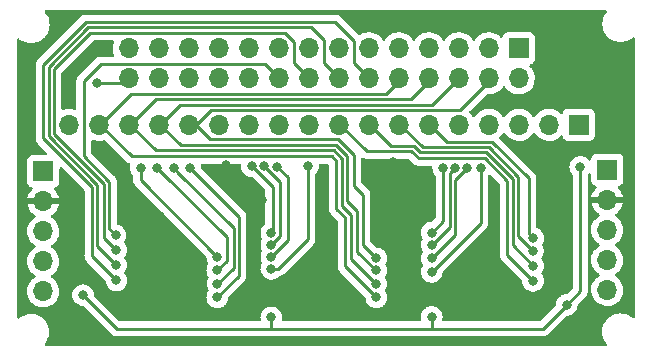
<source format=gbr>
%TF.GenerationSoftware,KiCad,Pcbnew,(6.0.10)*%
%TF.CreationDate,2023-02-12T20:01:58+09:00*%
%TF.ProjectId,joystick_74hc165_input_smd,6a6f7973-7469-4636-9b5f-373468633136,2*%
%TF.SameCoordinates,PX7e249a4PY6c1eee4*%
%TF.FileFunction,Copper,L2,Bot*%
%TF.FilePolarity,Positive*%
%FSLAX46Y46*%
G04 Gerber Fmt 4.6, Leading zero omitted, Abs format (unit mm)*
G04 Created by KiCad (PCBNEW (6.0.10)) date 2023-02-12 20:01:58*
%MOMM*%
%LPD*%
G01*
G04 APERTURE LIST*
%TA.AperFunction,ComponentPad*%
%ADD10R,1.700000X1.700000*%
%TD*%
%TA.AperFunction,ComponentPad*%
%ADD11O,1.700000X1.700000*%
%TD*%
%TA.AperFunction,ViaPad*%
%ADD12C,0.800000*%
%TD*%
%TA.AperFunction,Conductor*%
%ADD13C,0.250000*%
%TD*%
G04 APERTURE END LIST*
D10*
%TO.P,OUT1,1,Pin_1*%
%TO.N,VCC*%
X50482500Y15430500D03*
D11*
%TO.P,OUT1,2,Pin_2*%
%TO.N,GND*%
X50482500Y12890500D03*
%TO.P,OUT1,3,Pin_3*%
%TO.N,/LOAD*%
X50482500Y10350500D03*
%TO.P,OUT1,4,Pin_4*%
%TO.N,/CLK*%
X50482500Y7810500D03*
%TO.P,OUT1,5,Pin_5*%
%TO.N,/D_OUT*%
X50482500Y5270500D03*
%TD*%
D10*
%TO.P,J2,1,Pin_1*%
%TO.N,/C_SHORT*%
X42989500Y25717500D03*
D11*
%TO.P,J2,2,Pin_2*%
X42989500Y23177500D03*
%TO.P,J2,3,Pin_3*%
%TO.N,/C_P1_UP*%
X40449500Y25717500D03*
%TO.P,J2,4,Pin_4*%
%TO.N,/C_P2_UP*%
X40449500Y23177500D03*
%TO.P,J2,5,Pin_5*%
%TO.N,/C_P1_DOWN*%
X37909500Y25717500D03*
%TO.P,J2,6,Pin_6*%
%TO.N,/C_P2_DOWN*%
X37909500Y23177500D03*
%TO.P,J2,7,Pin_7*%
%TO.N,/C_P1_LEFT*%
X35369500Y25717500D03*
%TO.P,J2,8,Pin_8*%
%TO.N,/C_P2_LEFT*%
X35369500Y23177500D03*
%TO.P,J2,9,Pin_9*%
%TO.N,/C_P1_RIGHT*%
X32829500Y25717500D03*
%TO.P,J2,10,Pin_10*%
%TO.N,/C_P2_RIGHT*%
X32829500Y23177500D03*
%TO.P,J2,11,Pin_11*%
%TO.N,/C_P1_START*%
X30289500Y25717500D03*
%TO.P,J2,12,Pin_12*%
%TO.N,/C_P2_START*%
X30289500Y23177500D03*
%TO.P,J2,13,Pin_13*%
%TO.N,/C_P1_SELECT*%
X27749500Y25717500D03*
%TO.P,J2,14,Pin_14*%
%TO.N,/C_P2_SELECT*%
X27749500Y23177500D03*
%TO.P,J2,15,Pin_15*%
%TO.N,/C_P1_A*%
X25209500Y25717500D03*
%TO.P,J2,16,Pin_16*%
%TO.N,/C_P2_A*%
X25209500Y23177500D03*
%TO.P,J2,17,Pin_17*%
%TO.N,/C_P1_B*%
X22669500Y25717500D03*
%TO.P,J2,18,Pin_18*%
%TO.N,/C_P2_B*%
X22669500Y23177500D03*
%TO.P,J2,19,Pin_19*%
%TO.N,/C_P1_X*%
X20129500Y25717500D03*
%TO.P,J2,20,Pin_20*%
%TO.N,/C_P2_X*%
X20129500Y23177500D03*
%TO.P,J2,21,Pin_21*%
%TO.N,/C_P1_Y*%
X17589500Y25717500D03*
%TO.P,J2,22,Pin_22*%
%TO.N,/C_P2_Y*%
X17589500Y23177500D03*
%TO.P,J2,23,Pin_23*%
%TO.N,/C_P1_L*%
X15049500Y25717500D03*
%TO.P,J2,24,Pin_24*%
%TO.N,/C_P2_L*%
X15049500Y23177500D03*
%TO.P,J2,25,Pin_25*%
%TO.N,/C_P1_R*%
X12509500Y25717500D03*
%TO.P,J2,26,Pin_26*%
%TO.N,/C_P2_R*%
X12509500Y23177500D03*
%TO.P,J2,27,Pin_27*%
%TO.N,/C_SHORT*%
X9969500Y25717500D03*
%TO.P,J2,28,Pin_28*%
X9969500Y23177500D03*
%TD*%
D10*
%TO.P,IN1,1,Pin_1*%
%TO.N,VCC*%
X2730500Y15303500D03*
D11*
%TO.P,IN1,2,Pin_2*%
%TO.N,GND*%
X2730500Y12763500D03*
%TO.P,IN1,3,Pin_3*%
%TO.N,/LOAD*%
X2730500Y10223500D03*
%TO.P,IN1,4,Pin_4*%
%TO.N,/CLK*%
X2730500Y7683500D03*
%TO.P,IN1,5,Pin_5*%
%TO.N,/D_IN*%
X2730500Y5143500D03*
%TD*%
D10*
%TO.P,J1,1,Pin_1*%
%TO.N,/C_SHORT*%
X48069500Y19240500D03*
D11*
%TO.P,J1,2,Pin_2*%
%TO.N,/C_P1_UP*%
X45529500Y19240500D03*
%TO.P,J1,3,Pin_3*%
%TO.N,/C_P1_DOWN*%
X42989500Y19240500D03*
%TO.P,J1,4,Pin_4*%
%TO.N,/C_P1_LEFT*%
X40449500Y19240500D03*
%TO.P,J1,5,Pin_5*%
%TO.N,/C_P1_RIGHT*%
X37909500Y19240500D03*
%TO.P,J1,6,Pin_6*%
%TO.N,/C_P1_START*%
X35369500Y19240500D03*
%TO.P,J1,7,Pin_7*%
%TO.N,/C_P1_SELECT*%
X32829500Y19240500D03*
%TO.P,J1,8,Pin_8*%
%TO.N,/C_P1_A*%
X30289500Y19240500D03*
%TO.P,J1,9,Pin_9*%
%TO.N,/C_P1_B*%
X27749500Y19240500D03*
%TO.P,J1,10,Pin_10*%
%TO.N,/C_P1_X*%
X25209500Y19240500D03*
%TO.P,J1,11,Pin_11*%
%TO.N,/C_P1_Y*%
X22669500Y19240500D03*
%TO.P,J1,12,Pin_12*%
%TO.N,/C_P1_L*%
X20129500Y19240500D03*
%TO.P,J1,13,Pin_13*%
%TO.N,/C_P1_R*%
X17589500Y19240500D03*
%TO.P,J1,14,Pin_14*%
%TO.N,/C_P2_UP*%
X15049500Y19240500D03*
%TO.P,J1,15,Pin_15*%
%TO.N,/C_P2_DOWN*%
X12509500Y19240500D03*
%TO.P,J1,16,Pin_16*%
%TO.N,/C_P2_LEFT*%
X9969500Y19240500D03*
%TO.P,J1,17,Pin_17*%
%TO.N,/C_P2_RIGHT*%
X7429500Y19240500D03*
%TO.P,J1,18,Pin_18*%
%TO.N,/C_SHORT*%
X4889500Y19240500D03*
%TD*%
D12*
%TO.N,/PULL*%
X47053503Y4000497D03*
X22034500Y2947510D03*
X48196500Y15684500D03*
X6096012Y4826000D03*
X35623500Y2984500D03*
%TO.N,GND*%
X46672500Y10731500D03*
X26352500Y11493500D03*
X26416000Y6350000D03*
X32321500Y16065500D03*
X12954000Y6350000D03*
X39878000Y5842000D03*
X45148500Y4254500D03*
X21272500Y12890500D03*
X35115500Y13017500D03*
X18224500Y15811500D03*
X12636500Y11493500D03*
X6540500Y25082500D03*
%TO.N,/C_P1_START*%
X44223294Y9623315D03*
%TO.N,/C_P1_SELECT*%
X44189980Y8572520D03*
%TO.N,/C_P1_A*%
X44196004Y7302504D03*
%TO.N,/C_P1_B*%
X44196000Y6032500D03*
%TO.N,/C_P1_UP*%
X35623496Y6794500D03*
X39753211Y15587521D03*
%TO.N,/C_P1_DOWN*%
X35623498Y7937500D03*
X38636196Y15592804D03*
%TO.N,/C_P1_LEFT*%
X35623500Y9080500D03*
X37627986Y15609914D03*
%TO.N,/C_P1_RIGHT*%
X36593892Y15599281D03*
X35615350Y10113970D03*
%TO.N,/C_P1_X*%
X22034500Y7048500D03*
X25146000Y15748000D03*
%TO.N,/C_P1_Y*%
X22039160Y8069160D03*
X22542500Y15684520D03*
%TO.N,/C_P1_L*%
X21441069Y15715733D03*
X22039160Y9094480D03*
%TO.N,/C_P1_R*%
X22039160Y10119799D03*
X20400566Y15730917D03*
%TO.N,/C_P2_START*%
X8928100Y6057900D03*
%TO.N,/C_P2_SELECT*%
X8890000Y7366000D03*
%TO.N,/C_P2_A*%
X8890000Y8636000D03*
%TO.N,/C_P2_B*%
X8851900Y9867900D03*
%TO.N,/C_P2_UP*%
X30924500Y7937488D03*
%TO.N,/C_P2_DOWN*%
X30924500Y6921490D03*
%TO.N,/C_P2_LEFT*%
X30924500Y5778500D03*
%TO.N,/C_P2_RIGHT*%
X30924504Y4635500D03*
%TO.N,/C_P2_X*%
X17462500Y8064512D03*
X10985501Y15587521D03*
%TO.N,/C_P2_Y*%
X12382500Y15587521D03*
X17462500Y6921510D03*
%TO.N,/C_P2_L*%
X17480320Y5778510D03*
X13779500Y15587521D03*
%TO.N,/C_P2_R*%
X15176500Y15587521D03*
X17462494Y4635500D03*
%TO.N,/C_SHORT*%
X7302500Y22796500D03*
%TD*%
D13*
%TO.N,/PULL*%
X37528500Y1968500D02*
X45021506Y1968500D01*
X46291506Y3238500D02*
X47053503Y4000497D01*
X48196500Y5143494D02*
X47053503Y4000497D01*
X48196500Y15684500D02*
X48196500Y5143494D01*
X35623500Y1968500D02*
X35623500Y2984500D01*
X37528500Y1968500D02*
X35623500Y1968500D01*
X29400500Y1968500D02*
X37528500Y1968500D01*
X22034500Y1968500D02*
X22034500Y2947510D01*
X8953512Y1968500D02*
X29400500Y1968500D01*
X6096012Y4826000D02*
X8953512Y1968500D01*
X45021506Y1968500D02*
X46291506Y3238500D01*
%TO.N,/C_P1_START*%
X36940467Y17796533D02*
X40750467Y17796533D01*
X35496500Y19240500D02*
X36940467Y17796533D01*
X43823295Y10023314D02*
X44223294Y9623315D01*
X43823295Y14723705D02*
X43823295Y10023314D01*
X40750467Y17796533D02*
X43823295Y14723705D01*
%TO.N,/C_P1_SELECT*%
X32956500Y19240500D02*
X34850478Y17346522D01*
X42920489Y14863048D02*
X42920489Y9842011D01*
X34850478Y17346522D02*
X40437015Y17346522D01*
X40437015Y17346522D02*
X42920489Y14863048D01*
X42920489Y9842011D02*
X44189980Y8572520D01*
%TO.N,/C_P1_A*%
X30416500Y19240500D02*
X32188989Y17468011D01*
X40250615Y16896511D02*
X42470478Y14676648D01*
X42470478Y14676648D02*
X42470478Y9028030D01*
X34664078Y16896511D02*
X40250615Y16896511D01*
X34092578Y17468011D02*
X34664078Y16896511D01*
X42470478Y9028030D02*
X44196004Y7302504D01*
X32188989Y17468011D02*
X34092578Y17468011D01*
%TO.N,/C_P1_B*%
X30099000Y17018000D02*
X33906178Y17018000D01*
X42020467Y14490248D02*
X42020467Y8208033D01*
X33906178Y17018000D02*
X34514676Y16409502D01*
X42020467Y8208033D02*
X44196000Y6032500D01*
X34514676Y16409502D02*
X40101213Y16409502D01*
X27876500Y19240500D02*
X30099000Y17018000D01*
X40101213Y16409502D02*
X42020467Y14490248D01*
%TO.N,/C_P1_UP*%
X39753211Y10924215D02*
X39753211Y15587521D01*
X35623496Y6794500D02*
X39753211Y10924215D01*
%TO.N,/C_P1_DOWN*%
X37586489Y14543097D02*
X37586489Y9900491D01*
X38636196Y15592804D02*
X37586489Y14543097D01*
X37586489Y9900491D02*
X35623498Y7937500D01*
%TO.N,/C_P1_LEFT*%
X37136478Y10593478D02*
X35623500Y9080500D01*
X37136478Y15118406D02*
X37136478Y10593478D01*
X37627986Y15609914D02*
X37136478Y15118406D01*
%TO.N,/C_P1_RIGHT*%
X36593892Y15599281D02*
X36593892Y11092512D01*
X36593892Y11092512D02*
X35615350Y10113970D01*
%TO.N,/C_P1_X*%
X25146000Y9594315D02*
X22600185Y7048500D01*
X22600185Y7048500D02*
X22034500Y7048500D01*
X25146000Y15748000D02*
X25146000Y9594315D01*
%TO.N,/C_P1_Y*%
X22039160Y8069160D02*
X23431500Y9461500D01*
X23431500Y9461500D02*
X23431500Y14795520D01*
X23431500Y14795520D02*
X22542500Y15684520D01*
%TO.N,/C_P1_L*%
X22039160Y9094480D02*
X22796500Y9851820D01*
X22796500Y9851820D02*
X22796500Y14360302D01*
X22796500Y14360302D02*
X21441069Y15715733D01*
%TO.N,/C_P1_R*%
X22039160Y10119799D02*
X22161500Y10242139D01*
X22161500Y10242139D02*
X22161500Y13969983D01*
X22161500Y13969983D02*
X20400566Y15730917D01*
%TO.N,/C_P2_START*%
X2730500Y24320500D02*
X2730500Y18097500D01*
X29019500Y26376500D02*
X27456000Y27940000D01*
X27456000Y27940000D02*
X6350000Y27940000D01*
X6858000Y8128000D02*
X8928100Y6057900D01*
X2730500Y18097500D02*
X6858000Y13970000D01*
X30289500Y23177500D02*
X29019500Y24447500D01*
X6858000Y13970000D02*
X6858000Y8128000D01*
X29019500Y24447500D02*
X29019500Y26376500D01*
X6350000Y27940000D02*
X2730500Y24320500D01*
%TO.N,/C_P2_SELECT*%
X26479500Y24447500D02*
X26479500Y26396501D01*
X7308011Y14156400D02*
X7308011Y8947989D01*
X7308011Y8947989D02*
X8890000Y7366000D01*
X26479500Y26396501D02*
X25386012Y27489989D01*
X3180511Y24134101D02*
X3180511Y18283900D01*
X27749500Y23177500D02*
X26479500Y24447500D01*
X6536399Y27489989D02*
X3180511Y24134101D01*
X25386012Y27489989D02*
X6536399Y27489989D01*
X3180511Y18283900D02*
X7308011Y14156400D01*
%TO.N,/C_P2_A*%
X23939500Y26269501D02*
X23169023Y27039978D01*
X6722798Y27039978D02*
X3630522Y23947702D01*
X23169023Y27039978D02*
X6722798Y27039978D01*
X3630522Y23947702D02*
X3630522Y18470300D01*
X7868489Y14232333D02*
X7868489Y9657511D01*
X25209500Y23177500D02*
X23939500Y24447500D01*
X3630522Y18470300D02*
X7868489Y14232333D01*
X23939500Y24447500D02*
X23939500Y26269501D01*
X7868489Y9657511D02*
X8890000Y8636000D01*
%TO.N,/C_P2_B*%
X6176033Y16576826D02*
X8318500Y14434359D01*
X8318500Y10401300D02*
X8851900Y9867900D01*
X21463000Y24384000D02*
X7620000Y24384000D01*
X7620000Y24384000D02*
X6176033Y22940033D01*
X6176033Y22940033D02*
X6176033Y16576826D01*
X8318500Y14434359D02*
X8318500Y10401300D01*
X22669500Y23177500D02*
X21463000Y24384000D01*
%TO.N,/C_P2_UP*%
X27654501Y18065499D02*
X29019500Y16700500D01*
X40449500Y22923500D02*
X38019967Y20493967D01*
X16929210Y20493967D02*
X15675743Y19240500D01*
X16850744Y18065499D02*
X27654501Y18065499D01*
X29781500Y13334458D02*
X29781500Y9080488D01*
X29781500Y9080488D02*
X30924500Y7937488D01*
X29019500Y16700500D02*
X29019500Y14096458D01*
X38019967Y20493967D02*
X16929210Y20493967D01*
X15675743Y19240500D02*
X16850744Y18065499D01*
X29019500Y14096458D02*
X29781500Y13334458D01*
%TO.N,/C_P2_DOWN*%
X27491818Y17526000D02*
X28458099Y16559717D01*
X30867506Y6921490D02*
X30924500Y6921490D01*
X28458099Y16559717D02*
X28458099Y12801627D01*
X14351000Y17526000D02*
X27491818Y17526000D01*
X37909500Y23177500D02*
X35675978Y20943978D01*
X35675978Y20943978D02*
X14339978Y20943978D01*
X29331489Y8457507D02*
X30867506Y6921490D01*
X14339978Y20943978D02*
X12636500Y19240500D01*
X28458099Y12801627D02*
X29331489Y11928237D01*
X12636500Y19240500D02*
X14351000Y17526000D01*
X29331489Y11928237D02*
X29331489Y8457507D01*
%TO.N,/C_P2_LEFT*%
X28770478Y7875518D02*
X30867496Y5778500D01*
X28770478Y11583396D02*
X28770478Y7875518D01*
X27305417Y17075989D02*
X28008088Y16373317D01*
X35369500Y22923500D02*
X33839989Y21393989D01*
X28008088Y16373317D02*
X28008088Y12345786D01*
X12261011Y17075989D02*
X27305417Y17075989D01*
X28008088Y12345786D02*
X28770478Y11583396D01*
X12249989Y21393989D02*
X10096500Y19240500D01*
X10096500Y19240500D02*
X12261011Y17075989D01*
X33839989Y21393989D02*
X12249989Y21393989D01*
X30867496Y5778500D02*
X30924500Y5778500D01*
%TO.N,/C_P2_RIGHT*%
X28284001Y7276003D02*
X30924504Y4635500D01*
X32829500Y22923500D02*
X31750000Y21844000D01*
X10160000Y21844000D02*
X7556500Y19240500D01*
X10223500Y16573500D02*
X27171494Y16573500D01*
X28284001Y11397001D02*
X28284001Y7276003D01*
X27171494Y16573500D02*
X27558077Y16186917D01*
X31750000Y21844000D02*
X10160000Y21844000D01*
X7556500Y19240500D02*
X10223500Y16573500D01*
X27558077Y12122925D02*
X28284001Y11397001D01*
X27558077Y16186917D02*
X27558077Y12122925D01*
%TO.N,/C_P2_X*%
X10985501Y14541511D02*
X10985501Y15587521D01*
X17462500Y8064512D02*
X10985501Y14541511D01*
%TO.N,/C_P2_Y*%
X18261887Y9708134D02*
X12782499Y15187522D01*
X12782499Y15187522D02*
X12382500Y15587521D01*
X18261887Y7720897D02*
X18261887Y9708134D01*
X17462500Y6921510D02*
X18261887Y7720897D01*
%TO.N,/C_P2_L*%
X18844262Y10522759D02*
X14179499Y15187522D01*
X18844262Y7142452D02*
X18844262Y10522759D01*
X17480320Y5778510D02*
X18844262Y7142452D01*
X14179499Y15187522D02*
X13779500Y15587521D01*
%TO.N,/C_P2_R*%
X19294273Y6467279D02*
X19294273Y11469748D01*
X19294273Y11469748D02*
X15176500Y15587521D01*
X17462494Y4635500D02*
X19294273Y6467279D01*
%TO.N,/C_SHORT*%
X7302500Y22796500D02*
X9588500Y22796500D01*
X9588500Y22796500D02*
X9969500Y23177500D01*
%TD*%
%TA.AperFunction,Conductor*%
%TO.N,GND*%
G36*
X50398384Y28935498D02*
G01*
X50444877Y28881842D01*
X50454981Y28811568D01*
X50426074Y28747670D01*
X50362940Y28673749D01*
X50237560Y28469149D01*
X50235667Y28464579D01*
X50235666Y28464577D01*
X50152116Y28262869D01*
X50145731Y28247453D01*
X50144576Y28242641D01*
X50090868Y28018935D01*
X50090867Y28018929D01*
X50089713Y28014122D01*
X50071374Y27781100D01*
X50070886Y27774900D01*
X50089713Y27535678D01*
X50090867Y27530871D01*
X50090868Y27530865D01*
X50101902Y27484906D01*
X50145731Y27302347D01*
X50147624Y27297776D01*
X50147625Y27297774D01*
X50233106Y27091405D01*
X50237560Y27080651D01*
X50362940Y26876051D01*
X50366157Y26872284D01*
X50366158Y26872283D01*
X50478609Y26740619D01*
X50518782Y26693582D01*
X50522544Y26690369D01*
X50692888Y26544883D01*
X50701251Y26537740D01*
X50905851Y26412360D01*
X50910421Y26410467D01*
X50910423Y26410466D01*
X51100539Y26331718D01*
X51127547Y26320531D01*
X51209137Y26300943D01*
X51356065Y26265668D01*
X51356071Y26265667D01*
X51360878Y26264513D01*
X51600100Y26245686D01*
X51839322Y26264513D01*
X51844129Y26265667D01*
X51844135Y26265668D01*
X51991063Y26300943D01*
X52072653Y26320531D01*
X52099661Y26331718D01*
X52289777Y26410466D01*
X52289779Y26410467D01*
X52294349Y26412360D01*
X52498949Y26537740D01*
X52507313Y26544883D01*
X52623670Y26644261D01*
X52688460Y26673292D01*
X52758660Y26662687D01*
X52811982Y26615812D01*
X52831500Y26548450D01*
X52831500Y2982072D01*
X52811498Y2913951D01*
X52757842Y2867458D01*
X52687568Y2857354D01*
X52623670Y2886261D01*
X52521151Y2973821D01*
X52521146Y2973824D01*
X52517386Y2977036D01*
X52308588Y3104987D01*
X52304018Y3106880D01*
X52304014Y3106882D01*
X52086919Y3196806D01*
X52086917Y3196807D01*
X52082346Y3198700D01*
X51978080Y3223732D01*
X51849041Y3254712D01*
X51849035Y3254713D01*
X51844228Y3255867D01*
X51600100Y3275080D01*
X51355972Y3255867D01*
X51351165Y3254713D01*
X51351159Y3254712D01*
X51222120Y3223732D01*
X51117854Y3198700D01*
X51113283Y3196807D01*
X51113281Y3196806D01*
X50896186Y3106882D01*
X50896182Y3106880D01*
X50891612Y3104987D01*
X50682814Y2977036D01*
X50679054Y2973824D01*
X50679049Y2973821D01*
X50542684Y2857354D01*
X50496603Y2817997D01*
X50493390Y2814235D01*
X50340779Y2635551D01*
X50340776Y2635546D01*
X50337564Y2631786D01*
X50209613Y2422988D01*
X50207720Y2418418D01*
X50207718Y2418414D01*
X50124416Y2217305D01*
X50115900Y2196746D01*
X50114745Y2191934D01*
X50065767Y1987926D01*
X50058733Y1958628D01*
X50039520Y1714500D01*
X50058733Y1470372D01*
X50059887Y1465565D01*
X50059888Y1465559D01*
X50091769Y1332768D01*
X50115900Y1232254D01*
X50117793Y1227683D01*
X50117794Y1227681D01*
X50139313Y1175731D01*
X50209613Y1006012D01*
X50337564Y797214D01*
X50340780Y793449D01*
X50406645Y716330D01*
X50435676Y651540D01*
X50425071Y581340D01*
X50378196Y528018D01*
X50310834Y508500D01*
X2962644Y508500D01*
X2894523Y528502D01*
X2848030Y582158D01*
X2837926Y652432D01*
X2866831Y716329D01*
X2951660Y815651D01*
X3077040Y1020251D01*
X3168869Y1241947D01*
X3191490Y1336171D01*
X3223732Y1470465D01*
X3223733Y1470471D01*
X3224887Y1475278D01*
X3243714Y1714500D01*
X3224887Y1953722D01*
X3223733Y1958529D01*
X3223732Y1958535D01*
X3170024Y2182241D01*
X3168869Y2187053D01*
X3162960Y2201319D01*
X3078934Y2404177D01*
X3078933Y2404179D01*
X3077040Y2408749D01*
X2951660Y2613349D01*
X2935914Y2631786D01*
X2799031Y2792056D01*
X2795818Y2795818D01*
X2613349Y2951660D01*
X2408749Y3077040D01*
X2404179Y3078933D01*
X2404177Y3078934D01*
X2191626Y3166975D01*
X2191624Y3166976D01*
X2187053Y3168869D01*
X2105463Y3188457D01*
X1958535Y3223732D01*
X1958529Y3223733D01*
X1953722Y3224887D01*
X1714500Y3243714D01*
X1475278Y3224887D01*
X1470471Y3223733D01*
X1470465Y3223732D01*
X1323537Y3188457D01*
X1241947Y3168869D01*
X1237376Y3166976D01*
X1237374Y3166975D01*
X1024823Y3078934D01*
X1024821Y3078933D01*
X1020251Y3077040D01*
X815651Y2951660D01*
X716329Y2866831D01*
X651540Y2837802D01*
X581340Y2848407D01*
X528018Y2895283D01*
X508500Y2962644D01*
X508500Y5176805D01*
X1367751Y5176805D01*
X1368048Y5171652D01*
X1368048Y5171649D01*
X1378958Y4982431D01*
X1380610Y4953785D01*
X1381747Y4948739D01*
X1381748Y4948733D01*
X1399561Y4869692D01*
X1429722Y4735861D01*
X1513766Y4528884D01*
X1516465Y4524480D01*
X1600706Y4387011D01*
X1630487Y4338412D01*
X1776750Y4169562D01*
X1948626Y4026868D01*
X2141500Y3914162D01*
X2146325Y3912320D01*
X2146326Y3912319D01*
X2219112Y3884525D01*
X2350192Y3834470D01*
X2355260Y3833439D01*
X2355263Y3833438D01*
X2435410Y3817132D01*
X2569097Y3789933D01*
X2574272Y3789743D01*
X2574274Y3789743D01*
X2787173Y3781936D01*
X2787177Y3781936D01*
X2792337Y3781747D01*
X2797457Y3782403D01*
X2797459Y3782403D01*
X3008788Y3809475D01*
X3008789Y3809475D01*
X3013916Y3810132D01*
X3025539Y3813619D01*
X3222929Y3872839D01*
X3222934Y3872841D01*
X3227884Y3874326D01*
X3428494Y3972604D01*
X3610360Y4102327D01*
X3662082Y4153868D01*
X3734796Y4226329D01*
X3768596Y4260011D01*
X3794861Y4296562D01*
X3895935Y4437223D01*
X3898953Y4441423D01*
X3905389Y4454444D01*
X3995636Y4637047D01*
X3995637Y4637049D01*
X3997930Y4641689D01*
X4053928Y4826000D01*
X5182508Y4826000D01*
X5183198Y4819435D01*
X5201234Y4647835D01*
X5202470Y4636072D01*
X5261485Y4454444D01*
X5264788Y4448722D01*
X5264789Y4448721D01*
X5297994Y4391208D01*
X5356972Y4289056D01*
X5361390Y4284149D01*
X5361391Y4284148D01*
X5440127Y4196703D01*
X5484759Y4147134D01*
X5639260Y4034882D01*
X5645288Y4032198D01*
X5645290Y4032197D01*
X5807693Y3959891D01*
X5813724Y3957206D01*
X5901178Y3938617D01*
X5994068Y3918872D01*
X5994073Y3918872D01*
X6000525Y3917500D01*
X6056418Y3917500D01*
X6124539Y3897498D01*
X6145513Y3880595D01*
X8449855Y1576253D01*
X8457399Y1567963D01*
X8461512Y1561482D01*
X8467289Y1556057D01*
X8511179Y1514842D01*
X8514021Y1512087D01*
X8533742Y1492366D01*
X8536937Y1489888D01*
X8545959Y1482182D01*
X8578191Y1451914D01*
X8585140Y1448094D01*
X8595944Y1442154D01*
X8612468Y1431301D01*
X8628471Y1418887D01*
X8669055Y1401324D01*
X8679685Y1396117D01*
X8718452Y1374805D01*
X8726129Y1372834D01*
X8726134Y1372832D01*
X8738070Y1369768D01*
X8756778Y1363363D01*
X8775367Y1355319D01*
X8783195Y1354079D01*
X8783202Y1354077D01*
X8819036Y1348401D01*
X8830656Y1345995D01*
X8862471Y1337827D01*
X8873482Y1335000D01*
X8893736Y1335000D01*
X8913446Y1333449D01*
X8933455Y1330280D01*
X8941347Y1331026D01*
X8952775Y1332106D01*
X8977474Y1334441D01*
X8989331Y1335000D01*
X21962707Y1335000D01*
X21986316Y1332768D01*
X21986619Y1332710D01*
X21986623Y1332710D01*
X21994406Y1331225D01*
X22050451Y1334751D01*
X22058362Y1335000D01*
X35551707Y1335000D01*
X35575316Y1332768D01*
X35575619Y1332710D01*
X35575623Y1332710D01*
X35583406Y1331225D01*
X35639451Y1334751D01*
X35647362Y1335000D01*
X44942739Y1335000D01*
X44953922Y1334473D01*
X44961415Y1332798D01*
X44969341Y1333047D01*
X44969342Y1333047D01*
X45029492Y1334938D01*
X45033451Y1335000D01*
X45061362Y1335000D01*
X45065297Y1335497D01*
X45065362Y1335505D01*
X45077199Y1336438D01*
X45109457Y1337452D01*
X45113476Y1337578D01*
X45121395Y1337827D01*
X45140849Y1343479D01*
X45160206Y1347487D01*
X45172436Y1349032D01*
X45172437Y1349032D01*
X45180303Y1350026D01*
X45187674Y1352945D01*
X45187676Y1352945D01*
X45221418Y1366304D01*
X45232648Y1370149D01*
X45267489Y1380271D01*
X45267490Y1380271D01*
X45275099Y1382482D01*
X45281918Y1386515D01*
X45281923Y1386517D01*
X45292534Y1392793D01*
X45310282Y1401488D01*
X45329123Y1408948D01*
X45349493Y1423747D01*
X45364893Y1434936D01*
X45374813Y1441452D01*
X45406041Y1459920D01*
X45406044Y1459922D01*
X45412868Y1463958D01*
X45427189Y1478279D01*
X45442223Y1491120D01*
X45443938Y1492366D01*
X45458613Y1503028D01*
X45486804Y1537105D01*
X45494794Y1545884D01*
X47004002Y3055092D01*
X47066314Y3089118D01*
X47093097Y3091997D01*
X47148990Y3091997D01*
X47155442Y3093369D01*
X47155447Y3093369D01*
X47242391Y3111850D01*
X47335791Y3131703D01*
X47421862Y3170024D01*
X47504225Y3206694D01*
X47504227Y3206695D01*
X47510255Y3209379D01*
X47664756Y3321631D01*
X47690093Y3349771D01*
X47788124Y3458645D01*
X47788125Y3458646D01*
X47792543Y3463553D01*
X47888030Y3628941D01*
X47947045Y3810569D01*
X47956182Y3897498D01*
X47964410Y3975789D01*
X47991423Y4041446D01*
X48000625Y4051715D01*
X48283421Y4334510D01*
X48588758Y4639847D01*
X48597037Y4647381D01*
X48603518Y4651494D01*
X48650144Y4701146D01*
X48652898Y4703987D01*
X48672635Y4723724D01*
X48675115Y4726921D01*
X48682820Y4735943D01*
X48707659Y4762394D01*
X48713086Y4768173D01*
X48716905Y4775119D01*
X48716907Y4775122D01*
X48722848Y4785928D01*
X48733699Y4802447D01*
X48734059Y4802911D01*
X48746114Y4818453D01*
X48749259Y4825722D01*
X48749262Y4825726D01*
X48763674Y4859031D01*
X48768891Y4869681D01*
X48790195Y4908434D01*
X48795233Y4928057D01*
X48801637Y4946760D01*
X48806533Y4958074D01*
X48806533Y4958075D01*
X48809681Y4965349D01*
X48810920Y4973172D01*
X48810923Y4973182D01*
X48816599Y5009018D01*
X48819005Y5020638D01*
X48828028Y5055783D01*
X48828028Y5055784D01*
X48830000Y5063464D01*
X48830000Y5083718D01*
X48831551Y5103429D01*
X48833480Y5115608D01*
X48834720Y5123437D01*
X48830559Y5167456D01*
X48830000Y5179313D01*
X48830000Y5303805D01*
X49119751Y5303805D01*
X49120048Y5298652D01*
X49120048Y5298649D01*
X49128965Y5144003D01*
X49132610Y5080785D01*
X49133747Y5075739D01*
X49133748Y5075733D01*
X49149226Y5007056D01*
X49181722Y4862861D01*
X49235234Y4731075D01*
X49254656Y4683246D01*
X49265766Y4655884D01*
X49382487Y4465412D01*
X49528750Y4296562D01*
X49700626Y4153868D01*
X49893500Y4041162D01*
X49898325Y4039320D01*
X49898326Y4039319D01*
X49916977Y4032197D01*
X50102192Y3961470D01*
X50107260Y3960439D01*
X50107263Y3960438D01*
X50162107Y3949280D01*
X50321097Y3916933D01*
X50326272Y3916743D01*
X50326274Y3916743D01*
X50539173Y3908936D01*
X50539177Y3908936D01*
X50544337Y3908747D01*
X50549457Y3909403D01*
X50549459Y3909403D01*
X50760788Y3936475D01*
X50760789Y3936475D01*
X50765916Y3937132D01*
X50770866Y3938617D01*
X50974929Y3999839D01*
X50974934Y3999841D01*
X50979884Y4001326D01*
X51180494Y4099604D01*
X51362360Y4229327D01*
X51393152Y4260011D01*
X51476241Y4342811D01*
X51520596Y4387011D01*
X51573568Y4460729D01*
X51647935Y4564223D01*
X51650953Y4568423D01*
X51671894Y4610793D01*
X51747636Y4764047D01*
X51747637Y4764049D01*
X51749930Y4768689D01*
X51798350Y4928056D01*
X51813365Y4977477D01*
X51813365Y4977479D01*
X51814870Y4982431D01*
X51844029Y5203910D01*
X51844251Y5212998D01*
X51845574Y5267135D01*
X51845574Y5267139D01*
X51845656Y5270500D01*
X51827352Y5493139D01*
X51772931Y5709798D01*
X51683854Y5914660D01*
X51598365Y6046806D01*
X51565322Y6097883D01*
X51565320Y6097886D01*
X51562514Y6102223D01*
X51412170Y6267449D01*
X51408119Y6270648D01*
X51408115Y6270652D01*
X51240914Y6402700D01*
X51240910Y6402702D01*
X51236859Y6405902D01*
X51195553Y6428704D01*
X51145584Y6479136D01*
X51130812Y6548579D01*
X51155928Y6614984D01*
X51183280Y6641591D01*
X51241654Y6683229D01*
X51362360Y6769327D01*
X51393152Y6800011D01*
X51458503Y6865135D01*
X51520596Y6927011D01*
X51563858Y6987216D01*
X51647935Y7104223D01*
X51650953Y7108423D01*
X51665227Y7137303D01*
X51747636Y7304047D01*
X51747637Y7304049D01*
X51749930Y7308689D01*
X51805773Y7492490D01*
X51813365Y7517477D01*
X51813365Y7517479D01*
X51814870Y7522431D01*
X51844029Y7743910D01*
X51844118Y7747560D01*
X51845574Y7807135D01*
X51845574Y7807139D01*
X51845656Y7810500D01*
X51827352Y8033139D01*
X51772931Y8249798D01*
X51683854Y8454660D01*
X51603360Y8579085D01*
X51565322Y8637883D01*
X51565320Y8637886D01*
X51562514Y8642223D01*
X51412170Y8807449D01*
X51408119Y8810648D01*
X51408115Y8810652D01*
X51240914Y8942700D01*
X51240910Y8942702D01*
X51236859Y8945902D01*
X51195553Y8968704D01*
X51145584Y9019136D01*
X51130812Y9088579D01*
X51155928Y9154984D01*
X51183280Y9181591D01*
X51245459Y9225943D01*
X51362360Y9309327D01*
X51379987Y9326892D01*
X51450923Y9397581D01*
X51520596Y9467011D01*
X51537562Y9490621D01*
X51640170Y9633417D01*
X51650953Y9648423D01*
X51678629Y9704420D01*
X51747636Y9844047D01*
X51747637Y9844049D01*
X51749930Y9848689D01*
X51807737Y10038953D01*
X51813365Y10057477D01*
X51813365Y10057479D01*
X51814870Y10062431D01*
X51844029Y10283910D01*
X51844111Y10287260D01*
X51845574Y10347135D01*
X51845574Y10347139D01*
X51845656Y10350500D01*
X51827352Y10573139D01*
X51772931Y10789798D01*
X51683854Y10994660D01*
X51583545Y11149714D01*
X51565322Y11177883D01*
X51565320Y11177886D01*
X51562514Y11182223D01*
X51412170Y11347449D01*
X51408119Y11350648D01*
X51408115Y11350652D01*
X51240914Y11482700D01*
X51240910Y11482702D01*
X51236859Y11485902D01*
X51195069Y11508971D01*
X51145098Y11559403D01*
X51130326Y11628846D01*
X51155442Y11695252D01*
X51182794Y11721859D01*
X51357828Y11846708D01*
X51365700Y11853361D01*
X51516552Y12003688D01*
X51523230Y12011535D01*
X51647503Y12184480D01*
X51652813Y12193317D01*
X51747170Y12384233D01*
X51750969Y12393828D01*
X51812877Y12597590D01*
X51815055Y12607663D01*
X51816486Y12618538D01*
X51814275Y12632722D01*
X51801117Y12636500D01*
X49165725Y12636500D01*
X49152194Y12632527D01*
X49150757Y12622534D01*
X49181065Y12488054D01*
X49184145Y12478225D01*
X49264270Y12280897D01*
X49268913Y12271706D01*
X49380194Y12090112D01*
X49386277Y12081801D01*
X49525713Y11920833D01*
X49533080Y11913617D01*
X49696934Y11777584D01*
X49705381Y11771669D01*
X49774469Y11731297D01*
X49823193Y11679658D01*
X49836264Y11609875D01*
X49809533Y11544104D01*
X49769084Y11510748D01*
X49756107Y11503993D01*
X49751974Y11500890D01*
X49751971Y11500888D01*
X49582823Y11373888D01*
X49577465Y11369865D01*
X49573893Y11366127D01*
X49434680Y11220449D01*
X49423129Y11208362D01*
X49420215Y11204090D01*
X49420214Y11204089D01*
X49383122Y11149714D01*
X49297243Y11023820D01*
X49278186Y10982764D01*
X49213860Y10844185D01*
X49203188Y10821195D01*
X49143489Y10605930D01*
X49119751Y10383805D01*
X49120048Y10378652D01*
X49120048Y10378649D01*
X49128994Y10223500D01*
X49132610Y10160785D01*
X49133747Y10155739D01*
X49133748Y10155733D01*
X49143160Y10113970D01*
X49181722Y9942861D01*
X49219961Y9848689D01*
X49260748Y9748243D01*
X49265766Y9735884D01*
X49382487Y9545412D01*
X49528750Y9376562D01*
X49649027Y9276706D01*
X49685964Y9246041D01*
X49700626Y9233868D01*
X49726080Y9218994D01*
X49773945Y9191024D01*
X49822669Y9139386D01*
X49835740Y9069603D01*
X49809009Y9003831D01*
X49768555Y8970473D01*
X49756107Y8963993D01*
X49751974Y8960890D01*
X49751971Y8960888D01*
X49582823Y8833888D01*
X49577465Y8829865D01*
X49573893Y8826127D01*
X49434680Y8680449D01*
X49423129Y8668362D01*
X49420215Y8664090D01*
X49420214Y8664089D01*
X49384301Y8611443D01*
X49297243Y8483820D01*
X49253301Y8389155D01*
X49205790Y8286800D01*
X49203188Y8281195D01*
X49143489Y8065930D01*
X49119751Y7843805D01*
X49120048Y7838652D01*
X49120048Y7838649D01*
X49128859Y7685842D01*
X49132610Y7620785D01*
X49133747Y7615739D01*
X49133748Y7615733D01*
X49147226Y7555928D01*
X49181722Y7402861D01*
X49223981Y7298789D01*
X49253439Y7226243D01*
X49265766Y7195884D01*
X49268465Y7191480D01*
X49372071Y7022410D01*
X49382487Y7005412D01*
X49528750Y6836562D01*
X49700626Y6693868D01*
X49718833Y6683229D01*
X49773945Y6651024D01*
X49822669Y6599386D01*
X49835740Y6529603D01*
X49809009Y6463831D01*
X49768555Y6430473D01*
X49756107Y6423993D01*
X49751974Y6420890D01*
X49751971Y6420888D01*
X49586924Y6296967D01*
X49577465Y6289865D01*
X49531022Y6241265D01*
X49434251Y6140000D01*
X49423129Y6128362D01*
X49420215Y6124090D01*
X49420214Y6124089D01*
X49353258Y6025935D01*
X49297243Y5943820D01*
X49281503Y5909910D01*
X49217462Y5771945D01*
X49203188Y5741195D01*
X49143489Y5525930D01*
X49119751Y5303805D01*
X48830000Y5303805D01*
X48830000Y14981976D01*
X48850002Y15050097D01*
X48862364Y15066286D01*
X48878590Y15084307D01*
X48904365Y15112933D01*
X48964809Y15150172D01*
X49035793Y15148820D01*
X49094778Y15109307D01*
X49123036Y15044176D01*
X49124000Y15028622D01*
X49124000Y14532366D01*
X49130755Y14470184D01*
X49181885Y14333795D01*
X49269239Y14217239D01*
X49385795Y14129885D01*
X49394204Y14126733D01*
X49394205Y14126732D01*
X49503460Y14085774D01*
X49560225Y14043133D01*
X49584925Y13976571D01*
X49569718Y13907222D01*
X49550325Y13880741D01*
X49427090Y13751783D01*
X49420604Y13743773D01*
X49300598Y13567851D01*
X49295500Y13558877D01*
X49205838Y13365717D01*
X49202275Y13356030D01*
X49146889Y13156317D01*
X49148412Y13147893D01*
X49160792Y13144500D01*
X51800844Y13144500D01*
X51814375Y13148473D01*
X51815680Y13157553D01*
X51773714Y13324625D01*
X51770394Y13334376D01*
X51685472Y13529686D01*
X51680605Y13538761D01*
X51564926Y13717574D01*
X51558636Y13725743D01*
X51414793Y13883823D01*
X51383741Y13947669D01*
X51392135Y14018167D01*
X51437312Y14072936D01*
X51463756Y14086605D01*
X51570797Y14126733D01*
X51579205Y14129885D01*
X51695761Y14217239D01*
X51783115Y14333795D01*
X51834245Y14470184D01*
X51841000Y14532366D01*
X51841000Y16328634D01*
X51834245Y16390816D01*
X51783115Y16527205D01*
X51695761Y16643761D01*
X51579205Y16731115D01*
X51442816Y16782245D01*
X51380634Y16789000D01*
X49584366Y16789000D01*
X49522184Y16782245D01*
X49385795Y16731115D01*
X49269239Y16643761D01*
X49181885Y16527205D01*
X49130755Y16390816D01*
X49124000Y16328634D01*
X49122949Y16328748D01*
X49100760Y16265959D01*
X49044668Y16222436D01*
X48973951Y16216147D01*
X48911059Y16249088D01*
X48904964Y16255402D01*
X48895459Y16265959D01*
X48859966Y16305377D01*
X48812175Y16358455D01*
X48812174Y16358456D01*
X48807753Y16363366D01*
X48653252Y16475618D01*
X48647224Y16478302D01*
X48647222Y16478303D01*
X48484819Y16550609D01*
X48484818Y16550609D01*
X48478788Y16553294D01*
X48385387Y16573147D01*
X48298444Y16591628D01*
X48298439Y16591628D01*
X48291987Y16593000D01*
X48101013Y16593000D01*
X48094561Y16591628D01*
X48094556Y16591628D01*
X48007612Y16573147D01*
X47914212Y16553294D01*
X47908182Y16550609D01*
X47908181Y16550609D01*
X47745778Y16478303D01*
X47745776Y16478302D01*
X47739748Y16475618D01*
X47585247Y16363366D01*
X47580826Y16358456D01*
X47580825Y16358455D01*
X47550898Y16325217D01*
X47457460Y16221444D01*
X47399186Y16120510D01*
X47365602Y16062341D01*
X47361973Y16056056D01*
X47302958Y15874428D01*
X47302268Y15867867D01*
X47302268Y15867865D01*
X47294749Y15796321D01*
X47282996Y15684500D01*
X47283686Y15677935D01*
X47297390Y15547552D01*
X47302958Y15494572D01*
X47361973Y15312944D01*
X47457460Y15147556D01*
X47530636Y15066286D01*
X47561353Y15002279D01*
X47563000Y14981976D01*
X47563000Y5458089D01*
X47542998Y5389968D01*
X47526095Y5368993D01*
X47103002Y4945901D01*
X47040690Y4911876D01*
X47013907Y4908997D01*
X46958016Y4908997D01*
X46951564Y4907625D01*
X46951559Y4907625D01*
X46864616Y4889144D01*
X46771215Y4869291D01*
X46765185Y4866606D01*
X46765184Y4866606D01*
X46602781Y4794300D01*
X46602779Y4794299D01*
X46596751Y4791615D01*
X46591410Y4787735D01*
X46591409Y4787734D01*
X46574050Y4775122D01*
X46442250Y4679363D01*
X46437829Y4674453D01*
X46437828Y4674452D01*
X46338578Y4564223D01*
X46314463Y4537441D01*
X46218976Y4372053D01*
X46159961Y4190425D01*
X46159271Y4183864D01*
X46159271Y4183862D01*
X46142596Y4025205D01*
X46115583Y3959548D01*
X46106381Y3949280D01*
X44796006Y2638905D01*
X44733694Y2604879D01*
X44706911Y2602000D01*
X36627895Y2602000D01*
X36559774Y2622002D01*
X36513281Y2675658D01*
X36503177Y2745932D01*
X36508063Y2766938D01*
X36515002Y2788292D01*
X36515003Y2788297D01*
X36517042Y2794572D01*
X36537004Y2984500D01*
X36524612Y3102401D01*
X36517732Y3167865D01*
X36517732Y3167867D01*
X36517042Y3174428D01*
X36458027Y3356056D01*
X36362540Y3521444D01*
X36270903Y3623218D01*
X36239175Y3658455D01*
X36239174Y3658456D01*
X36234753Y3663366D01*
X36094407Y3765334D01*
X36085594Y3771737D01*
X36085593Y3771738D01*
X36080252Y3775618D01*
X36074224Y3778302D01*
X36074222Y3778303D01*
X35911819Y3850609D01*
X35911818Y3850609D01*
X35905788Y3853294D01*
X35796119Y3876605D01*
X35725444Y3891628D01*
X35725439Y3891628D01*
X35718987Y3893000D01*
X35528013Y3893000D01*
X35521561Y3891628D01*
X35521556Y3891628D01*
X35450881Y3876605D01*
X35341212Y3853294D01*
X35335182Y3850609D01*
X35335181Y3850609D01*
X35172778Y3778303D01*
X35172776Y3778302D01*
X35166748Y3775618D01*
X35161407Y3771738D01*
X35161406Y3771737D01*
X35152593Y3765334D01*
X35012247Y3663366D01*
X35007826Y3658456D01*
X35007825Y3658455D01*
X34976098Y3623218D01*
X34884460Y3521444D01*
X34788973Y3356056D01*
X34729958Y3174428D01*
X34729268Y3167867D01*
X34729268Y3167865D01*
X34722388Y3102401D01*
X34709996Y2984500D01*
X34729958Y2794572D01*
X34731997Y2788297D01*
X34731998Y2788292D01*
X34738937Y2766938D01*
X34740966Y2695971D01*
X34704305Y2635172D01*
X34640593Y2603846D01*
X34619105Y2602000D01*
X23049863Y2602000D01*
X22981742Y2622002D01*
X22935249Y2675658D01*
X22925145Y2745932D01*
X22926221Y2751979D01*
X22928042Y2757582D01*
X22929026Y2766938D01*
X22947314Y2940945D01*
X22948004Y2947510D01*
X22932674Y3093369D01*
X22928732Y3130875D01*
X22928732Y3130877D01*
X22928042Y3137438D01*
X22869027Y3319066D01*
X22851300Y3349771D01*
X22776841Y3478736D01*
X22773540Y3484454D01*
X22645753Y3626376D01*
X22491252Y3738628D01*
X22485224Y3741312D01*
X22485222Y3741313D01*
X22322819Y3813619D01*
X22322818Y3813619D01*
X22316788Y3816304D01*
X22222644Y3836315D01*
X22136444Y3854638D01*
X22136439Y3854638D01*
X22129987Y3856010D01*
X21939013Y3856010D01*
X21932561Y3854638D01*
X21932556Y3854638D01*
X21846356Y3836315D01*
X21752212Y3816304D01*
X21746182Y3813619D01*
X21746181Y3813619D01*
X21583778Y3741313D01*
X21583776Y3741312D01*
X21577748Y3738628D01*
X21423247Y3626376D01*
X21295460Y3484454D01*
X21292159Y3478736D01*
X21217701Y3349771D01*
X21199973Y3319066D01*
X21140958Y3137438D01*
X21140268Y3130877D01*
X21140268Y3130875D01*
X21136326Y3093369D01*
X21120996Y2947510D01*
X21121686Y2940945D01*
X21139975Y2766938D01*
X21140958Y2757582D01*
X21142321Y2753387D01*
X21136983Y2683410D01*
X21094168Y2626776D01*
X21027531Y2602280D01*
X21019137Y2602000D01*
X9268107Y2602000D01*
X9199986Y2622002D01*
X9179012Y2638905D01*
X7043134Y4774783D01*
X7009108Y4837095D01*
X7006919Y4850708D01*
X7005884Y4860561D01*
X6996616Y4948733D01*
X6990244Y5009365D01*
X6990244Y5009367D01*
X6989554Y5015928D01*
X6930539Y5197556D01*
X6925086Y5207002D01*
X6838353Y5357226D01*
X6835052Y5362944D01*
X6829606Y5368993D01*
X6711687Y5499955D01*
X6711686Y5499956D01*
X6707265Y5504866D01*
X6552764Y5617118D01*
X6546736Y5619802D01*
X6546734Y5619803D01*
X6384331Y5692109D01*
X6384330Y5692109D01*
X6378300Y5694794D01*
X6284900Y5714647D01*
X6197956Y5733128D01*
X6197951Y5733128D01*
X6191499Y5734500D01*
X6000525Y5734500D01*
X5994073Y5733128D01*
X5994068Y5733128D01*
X5907124Y5714647D01*
X5813724Y5694794D01*
X5807694Y5692109D01*
X5807693Y5692109D01*
X5645290Y5619803D01*
X5645288Y5619802D01*
X5639260Y5617118D01*
X5484759Y5504866D01*
X5480338Y5499956D01*
X5480337Y5499955D01*
X5362419Y5368993D01*
X5356972Y5362944D01*
X5353671Y5357226D01*
X5266939Y5207002D01*
X5261485Y5197556D01*
X5202470Y5015928D01*
X5201780Y5009367D01*
X5201780Y5009365D01*
X5187202Y4870663D01*
X5182508Y4826000D01*
X4053928Y4826000D01*
X4062870Y4855431D01*
X4092029Y5076910D01*
X4093656Y5143500D01*
X4075352Y5366139D01*
X4020931Y5582798D01*
X3931854Y5787660D01*
X3830830Y5943820D01*
X3813322Y5970883D01*
X3813320Y5970886D01*
X3810514Y5975223D01*
X3660170Y6140449D01*
X3656119Y6143648D01*
X3656115Y6143652D01*
X3488914Y6275700D01*
X3488910Y6275702D01*
X3484859Y6278902D01*
X3443553Y6301704D01*
X3393584Y6352136D01*
X3378812Y6421579D01*
X3403928Y6487984D01*
X3431280Y6514591D01*
X3500165Y6563726D01*
X3610360Y6642327D01*
X3619088Y6651024D01*
X3734796Y6766329D01*
X3768596Y6800011D01*
X3776281Y6810705D01*
X3895935Y6977223D01*
X3898953Y6981423D01*
X3905389Y6994444D01*
X3995636Y7177047D01*
X3995637Y7177049D01*
X3997930Y7181689D01*
X4053928Y7366000D01*
X4061365Y7390477D01*
X4061365Y7390479D01*
X4062870Y7395431D01*
X4092029Y7616910D01*
X4093272Y7667775D01*
X4093574Y7680135D01*
X4093574Y7680139D01*
X4093656Y7683500D01*
X4075352Y7906139D01*
X4020931Y8122798D01*
X3931854Y8327660D01*
X3830830Y8483820D01*
X3813322Y8510883D01*
X3813320Y8510886D01*
X3810514Y8515223D01*
X3660170Y8680449D01*
X3656119Y8683648D01*
X3656115Y8683652D01*
X3488914Y8815700D01*
X3488910Y8815702D01*
X3484859Y8818902D01*
X3443553Y8841704D01*
X3393584Y8892136D01*
X3378812Y8961579D01*
X3403928Y9027984D01*
X3431280Y9054591D01*
X3496406Y9101045D01*
X3610360Y9182327D01*
X3619088Y9191024D01*
X3734796Y9306329D01*
X3768596Y9340011D01*
X3794861Y9376562D01*
X3895935Y9517223D01*
X3898953Y9521423D01*
X3905436Y9534539D01*
X3995636Y9717047D01*
X3995637Y9717049D01*
X3997930Y9721689D01*
X4040358Y9861335D01*
X4061365Y9930477D01*
X4061365Y9930479D01*
X4062870Y9935431D01*
X4092029Y10156910D01*
X4093656Y10223500D01*
X4075352Y10446139D01*
X4020931Y10662798D01*
X3931854Y10867660D01*
X3833867Y11019125D01*
X3813322Y11050883D01*
X3813320Y11050886D01*
X3810514Y11055223D01*
X3660170Y11220449D01*
X3656119Y11223648D01*
X3656115Y11223652D01*
X3488914Y11355700D01*
X3488910Y11355702D01*
X3484859Y11358902D01*
X3465000Y11369865D01*
X3443069Y11381971D01*
X3393098Y11432403D01*
X3378326Y11501846D01*
X3403442Y11568252D01*
X3430794Y11594859D01*
X3605828Y11719708D01*
X3613700Y11726361D01*
X3764552Y11876688D01*
X3771230Y11884535D01*
X3895503Y12057480D01*
X3900813Y12066317D01*
X3995170Y12257233D01*
X3998969Y12266828D01*
X4060877Y12470590D01*
X4063055Y12480663D01*
X4064486Y12491538D01*
X4062275Y12505722D01*
X4049117Y12509500D01*
X1413725Y12509500D01*
X1400194Y12505527D01*
X1398757Y12495534D01*
X1429065Y12361054D01*
X1432145Y12351225D01*
X1512270Y12153897D01*
X1516913Y12144706D01*
X1628194Y11963112D01*
X1634277Y11954801D01*
X1773713Y11793833D01*
X1781080Y11786617D01*
X1944934Y11650584D01*
X1953381Y11644669D01*
X2022469Y11604297D01*
X2071193Y11552658D01*
X2084264Y11482875D01*
X2057533Y11417104D01*
X2017084Y11383748D01*
X2004107Y11376993D01*
X1999974Y11373890D01*
X1999971Y11373888D01*
X1829600Y11245970D01*
X1825465Y11242865D01*
X1671129Y11081362D01*
X1668215Y11077090D01*
X1668214Y11077089D01*
X1630956Y11022470D01*
X1545243Y10896820D01*
X1515921Y10833651D01*
X1457957Y10708777D01*
X1451188Y10694195D01*
X1391489Y10478930D01*
X1367751Y10256805D01*
X1368048Y10251652D01*
X1368048Y10251649D01*
X1378862Y10064106D01*
X1380610Y10033785D01*
X1381747Y10028739D01*
X1381748Y10028733D01*
X1390796Y9988586D01*
X1429722Y9815861D01*
X1488262Y9671694D01*
X1507501Y9624314D01*
X1513766Y9608884D01*
X1530149Y9582150D01*
X1617289Y9439950D01*
X1630487Y9418412D01*
X1776750Y9249562D01*
X1948626Y9106868D01*
X1982515Y9087065D01*
X2021945Y9064024D01*
X2070669Y9012386D01*
X2083740Y8942603D01*
X2057009Y8876831D01*
X2016555Y8843473D01*
X2004107Y8836993D01*
X1999974Y8833890D01*
X1999971Y8833888D01*
X1852181Y8722924D01*
X1825465Y8702865D01*
X1671129Y8541362D01*
X1668215Y8537090D01*
X1668214Y8537089D01*
X1606127Y8446072D01*
X1545243Y8356820D01*
X1520149Y8302759D01*
X1455852Y8164242D01*
X1451188Y8154195D01*
X1391489Y7938930D01*
X1367751Y7716805D01*
X1368048Y7711652D01*
X1368048Y7711649D01*
X1378958Y7522431D01*
X1380610Y7493785D01*
X1381747Y7488739D01*
X1381748Y7488733D01*
X1395936Y7425779D01*
X1429722Y7275861D01*
X1467009Y7184033D01*
X1510840Y7076091D01*
X1513766Y7068884D01*
X1516465Y7064480D01*
X1608100Y6914945D01*
X1630487Y6878412D01*
X1776750Y6709562D01*
X1948626Y6566868D01*
X1978230Y6549569D01*
X2021945Y6524024D01*
X2070669Y6472386D01*
X2083740Y6402603D01*
X2057009Y6336831D01*
X2016555Y6303473D01*
X2004107Y6296993D01*
X1999974Y6293890D01*
X1999971Y6293888D01*
X1829600Y6165970D01*
X1825465Y6162865D01*
X1812709Y6149517D01*
X1677275Y6007793D01*
X1671129Y6001362D01*
X1668215Y5997090D01*
X1668214Y5997089D01*
X1619520Y5925706D01*
X1545243Y5816820D01*
X1506395Y5733128D01*
X1470232Y5655221D01*
X1451188Y5614195D01*
X1391489Y5398930D01*
X1367751Y5176805D01*
X508500Y5176805D01*
X508500Y14405366D01*
X1372000Y14405366D01*
X1378755Y14343184D01*
X1429885Y14206795D01*
X1517239Y14090239D01*
X1633795Y14002885D01*
X1642204Y13999733D01*
X1642205Y13999732D01*
X1751460Y13958774D01*
X1808225Y13916133D01*
X1832925Y13849571D01*
X1817718Y13780222D01*
X1798325Y13753741D01*
X1675090Y13624783D01*
X1668604Y13616773D01*
X1548598Y13440851D01*
X1543500Y13431877D01*
X1453838Y13238717D01*
X1450275Y13229030D01*
X1394889Y13029317D01*
X1396412Y13020893D01*
X1408792Y13017500D01*
X4048844Y13017500D01*
X4062375Y13021473D01*
X4063680Y13030553D01*
X4021714Y13197625D01*
X4018394Y13207376D01*
X3933472Y13402686D01*
X3928605Y13411761D01*
X3812926Y13590574D01*
X3806636Y13598743D01*
X3662793Y13756823D01*
X3631741Y13820669D01*
X3640135Y13891167D01*
X3685312Y13945936D01*
X3711756Y13959605D01*
X3818797Y13999733D01*
X3827205Y14002885D01*
X3943761Y14090239D01*
X4031115Y14206795D01*
X4082245Y14343184D01*
X4089000Y14405366D01*
X4089000Y15538906D01*
X4109002Y15607027D01*
X4162658Y15653520D01*
X4232932Y15663624D01*
X4297512Y15634130D01*
X4304095Y15628001D01*
X6187595Y13744501D01*
X6221621Y13682189D01*
X6224500Y13655406D01*
X6224500Y8206767D01*
X6223973Y8195584D01*
X6222298Y8188091D01*
X6222547Y8180165D01*
X6222547Y8180164D01*
X6224438Y8120014D01*
X6224500Y8116063D01*
X6224500Y8088144D01*
X6224997Y8084210D01*
X6224997Y8084209D01*
X6225005Y8084144D01*
X6225938Y8072307D01*
X6227327Y8028111D01*
X6232978Y8008661D01*
X6236987Y7989300D01*
X6239526Y7969203D01*
X6242445Y7961832D01*
X6242445Y7961830D01*
X6255804Y7928088D01*
X6259649Y7916858D01*
X6269771Y7882017D01*
X6271982Y7874407D01*
X6276015Y7867588D01*
X6276017Y7867583D01*
X6282293Y7856972D01*
X6290988Y7839224D01*
X6298448Y7820383D01*
X6303110Y7813967D01*
X6303110Y7813966D01*
X6324436Y7784613D01*
X6330952Y7774693D01*
X6346999Y7747560D01*
X6353458Y7736638D01*
X6367779Y7722317D01*
X6380619Y7707284D01*
X6392528Y7690893D01*
X6398634Y7685842D01*
X6426605Y7662702D01*
X6435384Y7654712D01*
X7980978Y6109118D01*
X8015004Y6046806D01*
X8017192Y6033197D01*
X8034558Y5867972D01*
X8093573Y5686344D01*
X8189060Y5520956D01*
X8193478Y5516049D01*
X8193479Y5516048D01*
X8303558Y5393793D01*
X8316847Y5379034D01*
X8471348Y5266782D01*
X8477376Y5264098D01*
X8477378Y5264097D01*
X8620014Y5200592D01*
X8645812Y5189106D01*
X8739212Y5169253D01*
X8826156Y5150772D01*
X8826161Y5150772D01*
X8832613Y5149400D01*
X9023587Y5149400D01*
X9030039Y5150772D01*
X9030044Y5150772D01*
X9116988Y5169253D01*
X9210388Y5189106D01*
X9236186Y5200592D01*
X9378822Y5264097D01*
X9378824Y5264098D01*
X9384852Y5266782D01*
X9539353Y5379034D01*
X9552642Y5393793D01*
X9662721Y5516048D01*
X9662722Y5516049D01*
X9667140Y5520956D01*
X9762627Y5686344D01*
X9821642Y5867972D01*
X9829121Y5939125D01*
X9840914Y6051335D01*
X9841604Y6057900D01*
X9834198Y6128362D01*
X9822332Y6241265D01*
X9822332Y6241267D01*
X9821642Y6247828D01*
X9762627Y6429456D01*
X9743560Y6462482D01*
X9670443Y6589123D01*
X9667140Y6594844D01*
X9652472Y6611135D01*
X9626838Y6639604D01*
X9618561Y6648797D01*
X9587844Y6712804D01*
X9596607Y6783257D01*
X9618561Y6817418D01*
X9624621Y6824148D01*
X9624622Y6824149D01*
X9629040Y6829056D01*
X9682407Y6921490D01*
X9721223Y6988721D01*
X9721224Y6988722D01*
X9724527Y6994444D01*
X9783542Y7176072D01*
X9785162Y7191480D01*
X9802814Y7359435D01*
X9803504Y7366000D01*
X9793787Y7458454D01*
X9784232Y7549365D01*
X9784232Y7549367D01*
X9783542Y7555928D01*
X9724527Y7737556D01*
X9721116Y7743465D01*
X9665835Y7839213D01*
X9629040Y7902944D01*
X9616662Y7916691D01*
X9585946Y7980697D01*
X9594710Y8051150D01*
X9616661Y8085307D01*
X9629040Y8099056D01*
X9717646Y8252525D01*
X9721223Y8258721D01*
X9721224Y8258722D01*
X9724527Y8264444D01*
X9783542Y8446072D01*
X9787510Y8483820D01*
X9802814Y8629435D01*
X9803504Y8636000D01*
X9793771Y8728606D01*
X9784232Y8819365D01*
X9784232Y8819367D01*
X9783542Y8825928D01*
X9724527Y9007556D01*
X9698519Y9052604D01*
X9648415Y9139386D01*
X9629040Y9172944D01*
X9611493Y9192432D01*
X9580777Y9256438D01*
X9589542Y9326892D01*
X9596012Y9339740D01*
X9683123Y9490621D01*
X9683124Y9490622D01*
X9686427Y9496344D01*
X9745442Y9677972D01*
X9750558Y9726643D01*
X9764714Y9861335D01*
X9765404Y9867900D01*
X9760163Y9917764D01*
X9746132Y10051265D01*
X9746132Y10051267D01*
X9745442Y10057828D01*
X9686427Y10239456D01*
X9679388Y10251649D01*
X9624258Y10347135D01*
X9590940Y10404844D01*
X9585801Y10410552D01*
X9467575Y10541855D01*
X9467574Y10541856D01*
X9463153Y10546766D01*
X9319806Y10650914D01*
X9313994Y10655137D01*
X9313993Y10655138D01*
X9308652Y10659018D01*
X9302624Y10661702D01*
X9302622Y10661703D01*
X9140219Y10734009D01*
X9140218Y10734009D01*
X9134188Y10736694D01*
X9127733Y10738066D01*
X9127730Y10738067D01*
X9053225Y10753903D01*
X9051804Y10754205D01*
X8989330Y10787933D01*
X8955009Y10850082D01*
X8952000Y10877452D01*
X8952000Y14355592D01*
X8952527Y14366775D01*
X8954202Y14374268D01*
X8952062Y14442359D01*
X8952000Y14446316D01*
X8952000Y14474215D01*
X8951496Y14478206D01*
X8950563Y14490048D01*
X8950510Y14491751D01*
X8949174Y14534248D01*
X8946962Y14541862D01*
X8946961Y14541867D01*
X8943523Y14553700D01*
X8939512Y14573064D01*
X8937967Y14585295D01*
X8936974Y14593156D01*
X8934057Y14600523D01*
X8934056Y14600528D01*
X8920698Y14634267D01*
X8916854Y14645494D01*
X8909286Y14671541D01*
X8904518Y14687952D01*
X8894207Y14705387D01*
X8885512Y14723135D01*
X8878052Y14741976D01*
X8852064Y14777746D01*
X8845548Y14787666D01*
X8827080Y14818894D01*
X8827078Y14818897D01*
X8823042Y14825721D01*
X8808721Y14840042D01*
X8795880Y14855076D01*
X8788631Y14865053D01*
X8783972Y14871466D01*
X8749895Y14899657D01*
X8741116Y14907647D01*
X6846438Y16802326D01*
X6812412Y16864638D01*
X6809533Y16891421D01*
X6809533Y17839998D01*
X6829535Y17908119D01*
X6883191Y17954612D01*
X6953465Y17964716D01*
X6980481Y17957708D01*
X7049192Y17931470D01*
X7054260Y17930439D01*
X7054263Y17930438D01*
X7111594Y17918774D01*
X7268097Y17886933D01*
X7273272Y17886743D01*
X7273274Y17886743D01*
X7486173Y17878936D01*
X7486177Y17878936D01*
X7491337Y17878747D01*
X7496457Y17879403D01*
X7496459Y17879403D01*
X7707788Y17906475D01*
X7707789Y17906475D01*
X7712916Y17907132D01*
X7717867Y17908617D01*
X7717870Y17908618D01*
X7857020Y17950365D01*
X7928015Y17950781D01*
X7982322Y17918774D01*
X9719843Y16181253D01*
X9727387Y16172963D01*
X9731500Y16166482D01*
X9737277Y16161057D01*
X9781167Y16119842D01*
X9784009Y16117087D01*
X9803731Y16097365D01*
X9806855Y16094942D01*
X9806859Y16094938D01*
X9806924Y16094888D01*
X9815945Y16087183D01*
X9848179Y16056914D01*
X9855127Y16053095D01*
X9855129Y16053093D01*
X9865932Y16047154D01*
X9882459Y16036298D01*
X9892198Y16028743D01*
X9892200Y16028742D01*
X9898460Y16023886D01*
X9939040Y16006326D01*
X9949688Y16001109D01*
X9957061Y15997056D01*
X9988440Y15979805D01*
X9996116Y15977834D01*
X9996119Y15977833D01*
X10008062Y15974767D01*
X10026766Y15968363D01*
X10033095Y15965625D01*
X10087665Y15920210D01*
X10109020Y15852501D01*
X10102878Y15811056D01*
X10093999Y15783730D01*
X10093997Y15783723D01*
X10091959Y15777449D01*
X10091269Y15770888D01*
X10091269Y15770886D01*
X10089554Y15754564D01*
X10071997Y15587521D01*
X10091959Y15397593D01*
X10150974Y15215965D01*
X10154277Y15210243D01*
X10154278Y15210242D01*
X10167765Y15186882D01*
X10246461Y15050577D01*
X10319638Y14969306D01*
X10350354Y14905300D01*
X10352001Y14884997D01*
X10352001Y14620278D01*
X10351474Y14609095D01*
X10349799Y14601602D01*
X10350048Y14593676D01*
X10350048Y14593675D01*
X10351939Y14533525D01*
X10352001Y14529566D01*
X10352001Y14501655D01*
X10352498Y14497721D01*
X10352498Y14497720D01*
X10352506Y14497655D01*
X10353439Y14485818D01*
X10354828Y14441622D01*
X10360479Y14422172D01*
X10364488Y14402811D01*
X10367027Y14382714D01*
X10369946Y14375343D01*
X10369946Y14375341D01*
X10383305Y14341599D01*
X10387150Y14330369D01*
X10389593Y14321959D01*
X10399483Y14287918D01*
X10403516Y14281099D01*
X10403518Y14281094D01*
X10409794Y14270483D01*
X10418489Y14252735D01*
X10425949Y14233894D01*
X10430611Y14227478D01*
X10430611Y14227477D01*
X10451937Y14198124D01*
X10458453Y14188204D01*
X10480959Y14150149D01*
X10495280Y14135828D01*
X10508120Y14120795D01*
X10520029Y14104404D01*
X10537152Y14090239D01*
X10554106Y14076213D01*
X10562885Y14068223D01*
X16515378Y8115729D01*
X16549404Y8053417D01*
X16551593Y8039806D01*
X16556901Y7989300D01*
X16567780Y7885795D01*
X16568958Y7874584D01*
X16627973Y7692956D01*
X16631276Y7687234D01*
X16631277Y7687233D01*
X16707038Y7556011D01*
X16723776Y7487016D01*
X16707038Y7430011D01*
X16633422Y7302504D01*
X16627973Y7293066D01*
X16568958Y7111438D01*
X16568268Y7104877D01*
X16568268Y7104875D01*
X16553923Y6968386D01*
X16548996Y6921510D01*
X16549686Y6914945D01*
X16564786Y6771281D01*
X16568958Y6731582D01*
X16627973Y6549954D01*
X16631276Y6544232D01*
X16631277Y6544231D01*
X16715948Y6397577D01*
X16732686Y6328582D01*
X16715948Y6271579D01*
X16711154Y6263274D01*
X16653183Y6162865D01*
X16645793Y6150066D01*
X16586778Y5968438D01*
X16586088Y5961877D01*
X16586088Y5961875D01*
X16576219Y5867972D01*
X16566816Y5778510D01*
X16567506Y5771945D01*
X16584611Y5609203D01*
X16586778Y5588582D01*
X16645793Y5406954D01*
X16649096Y5401232D01*
X16649097Y5401231D01*
X16666460Y5371158D01*
X16705347Y5303805D01*
X16715948Y5285443D01*
X16732686Y5216448D01*
X16715948Y5159443D01*
X16635809Y5020638D01*
X16627967Y5007056D01*
X16568952Y4825428D01*
X16568262Y4818867D01*
X16568262Y4818865D01*
X16562934Y4768173D01*
X16548990Y4635500D01*
X16549680Y4628935D01*
X16568020Y4454444D01*
X16568952Y4445572D01*
X16627967Y4263944D01*
X16723454Y4098556D01*
X16727872Y4093649D01*
X16727873Y4093648D01*
X16838912Y3970327D01*
X16851241Y3956634D01*
X16917152Y3908747D01*
X16993476Y3853294D01*
X17005742Y3844382D01*
X17011770Y3841698D01*
X17011772Y3841697D01*
X17160189Y3775618D01*
X17180206Y3766706D01*
X17273607Y3746853D01*
X17360550Y3728372D01*
X17360555Y3728372D01*
X17367007Y3727000D01*
X17557981Y3727000D01*
X17564433Y3728372D01*
X17564438Y3728372D01*
X17651381Y3746853D01*
X17744782Y3766706D01*
X17764799Y3775618D01*
X17913216Y3841697D01*
X17913218Y3841698D01*
X17919246Y3844382D01*
X17931513Y3853294D01*
X18007836Y3908747D01*
X18073747Y3956634D01*
X18086076Y3970327D01*
X18197115Y4093648D01*
X18197116Y4093649D01*
X18201534Y4098556D01*
X18297021Y4263944D01*
X18356036Y4445572D01*
X18356969Y4454444D01*
X18366208Y4542349D01*
X18373401Y4610794D01*
X18400414Y4676450D01*
X18409616Y4686718D01*
X19686520Y5963622D01*
X19694810Y5971166D01*
X19701291Y5975279D01*
X19747932Y6024947D01*
X19750686Y6027788D01*
X19770408Y6047510D01*
X19772892Y6050712D01*
X19780590Y6059724D01*
X19805434Y6086181D01*
X19810859Y6091958D01*
X19820620Y6109713D01*
X19831471Y6126232D01*
X19843887Y6142238D01*
X19847270Y6150056D01*
X19861447Y6182816D01*
X19866664Y6193466D01*
X19887968Y6232219D01*
X19893006Y6251842D01*
X19899410Y6270545D01*
X19904306Y6281859D01*
X19904306Y6281860D01*
X19907454Y6289134D01*
X19908693Y6296957D01*
X19908696Y6296967D01*
X19914372Y6332803D01*
X19916778Y6344423D01*
X19925801Y6379568D01*
X19925801Y6379569D01*
X19927773Y6387249D01*
X19927773Y6407503D01*
X19929324Y6427214D01*
X19931253Y6439393D01*
X19932493Y6447222D01*
X19931260Y6460271D01*
X19928332Y6491240D01*
X19927773Y6503098D01*
X19927773Y11390985D01*
X19928300Y11402169D01*
X19929974Y11409657D01*
X19927835Y11477716D01*
X19927773Y11481673D01*
X19927773Y11509604D01*
X19927267Y11513610D01*
X19926334Y11525456D01*
X19925480Y11552658D01*
X19924946Y11569638D01*
X19919295Y11589090D01*
X19915287Y11608442D01*
X19913741Y11620680D01*
X19913740Y11620682D01*
X19912747Y11628545D01*
X19896467Y11669662D01*
X19892632Y11680863D01*
X19880291Y11723342D01*
X19876258Y11730161D01*
X19876256Y11730166D01*
X19869980Y11740777D01*
X19861283Y11758527D01*
X19853825Y11777365D01*
X19827844Y11813125D01*
X19821326Y11823047D01*
X19802851Y11854288D01*
X19802847Y11854293D01*
X19798815Y11861111D01*
X19784491Y11875435D01*
X19771649Y11890470D01*
X19759745Y11906855D01*
X19725679Y11935037D01*
X19716900Y11943026D01*
X16123622Y15536304D01*
X16089596Y15598616D01*
X16087407Y15612229D01*
X16070732Y15770886D01*
X16070732Y15770888D01*
X16070042Y15777449D01*
X16068002Y15783726D01*
X16067136Y15787802D01*
X16072537Y15858593D01*
X16115353Y15915226D01*
X16181990Y15939720D01*
X16190382Y15940000D01*
X19369100Y15940000D01*
X19437221Y15919998D01*
X19483714Y15866342D01*
X19494410Y15800830D01*
X19493041Y15787802D01*
X19487062Y15730917D01*
X19487752Y15724352D01*
X19505229Y15558072D01*
X19507024Y15540989D01*
X19566039Y15359361D01*
X19661526Y15193973D01*
X19665944Y15189066D01*
X19665945Y15189065D01*
X19774903Y15068055D01*
X19789313Y15052051D01*
X19843761Y15012492D01*
X19903199Y14969308D01*
X19943814Y14939799D01*
X19949842Y14937115D01*
X19949844Y14937114D01*
X20085948Y14876517D01*
X20118278Y14862123D01*
X20197551Y14845273D01*
X20298622Y14823789D01*
X20298627Y14823789D01*
X20305079Y14822417D01*
X20360972Y14822417D01*
X20429093Y14802415D01*
X20450067Y14785512D01*
X21491095Y13744483D01*
X21525121Y13682171D01*
X21528000Y13655388D01*
X21528000Y10935587D01*
X21507998Y10867466D01*
X21476061Y10833651D01*
X21427907Y10798665D01*
X21423486Y10793755D01*
X21423485Y10793754D01*
X21346972Y10708777D01*
X21300120Y10656743D01*
X21257641Y10583168D01*
X21210572Y10501641D01*
X21204633Y10491355D01*
X21145618Y10309727D01*
X21144928Y10303166D01*
X21144928Y10303164D01*
X21142556Y10280592D01*
X21125656Y10119799D01*
X21126346Y10113234D01*
X21143723Y9947904D01*
X21145618Y9929871D01*
X21204633Y9748243D01*
X21207936Y9742521D01*
X21207937Y9742520D01*
X21249726Y9670140D01*
X21266464Y9601145D01*
X21249726Y9544140D01*
X21236611Y9521423D01*
X21204633Y9466036D01*
X21145618Y9284408D01*
X21144928Y9277847D01*
X21144928Y9277845D01*
X21140653Y9237173D01*
X21125656Y9094480D01*
X21126346Y9087915D01*
X21141609Y8942700D01*
X21145618Y8904552D01*
X21204633Y8722924D01*
X21249728Y8644818D01*
X21266465Y8575825D01*
X21249728Y8518822D01*
X21204633Y8440716D01*
X21145618Y8259088D01*
X21144928Y8252527D01*
X21144928Y8252525D01*
X21129753Y8108144D01*
X21125656Y8069160D01*
X21126346Y8062595D01*
X21139344Y7938930D01*
X21145618Y7879232D01*
X21204633Y7697604D01*
X21207936Y7691882D01*
X21207937Y7691881D01*
X21246051Y7625866D01*
X21262789Y7556871D01*
X21246051Y7499866D01*
X21241793Y7492490D01*
X21199973Y7420056D01*
X21140958Y7238428D01*
X21140268Y7231867D01*
X21140268Y7231865D01*
X21130329Y7137303D01*
X21120996Y7048500D01*
X21121686Y7041935D01*
X21137501Y6891468D01*
X21140958Y6858572D01*
X21199973Y6676944D01*
X21203276Y6671222D01*
X21203277Y6671221D01*
X21214938Y6651024D01*
X21295460Y6511556D01*
X21299878Y6506649D01*
X21299879Y6506648D01*
X21397912Y6397771D01*
X21423247Y6369634D01*
X21479750Y6328582D01*
X21552536Y6275700D01*
X21577748Y6257382D01*
X21583776Y6254698D01*
X21583778Y6254697D01*
X21746181Y6182391D01*
X21752212Y6179706D01*
X21845613Y6159853D01*
X21932556Y6141372D01*
X21932561Y6141372D01*
X21939013Y6140000D01*
X22129987Y6140000D01*
X22136439Y6141372D01*
X22136444Y6141372D01*
X22223387Y6159853D01*
X22316788Y6179706D01*
X22322819Y6182391D01*
X22485222Y6254697D01*
X22485224Y6254698D01*
X22491252Y6257382D01*
X22516465Y6275700D01*
X22626974Y6355990D01*
X22645753Y6369634D01*
X22661223Y6386815D01*
X22721669Y6424054D01*
X22739067Y6427510D01*
X22751115Y6429032D01*
X22751116Y6429032D01*
X22758982Y6430026D01*
X22766353Y6432945D01*
X22766355Y6432945D01*
X22800097Y6446304D01*
X22811327Y6450149D01*
X22846168Y6460271D01*
X22846169Y6460271D01*
X22853778Y6462482D01*
X22860597Y6466515D01*
X22860602Y6466517D01*
X22871213Y6472793D01*
X22888961Y6481488D01*
X22907802Y6488948D01*
X22943572Y6514936D01*
X22953492Y6521452D01*
X22984720Y6539920D01*
X22984723Y6539922D01*
X22991547Y6543958D01*
X23005868Y6558279D01*
X23020902Y6571120D01*
X23037292Y6583028D01*
X23065483Y6617105D01*
X23073473Y6625884D01*
X25538253Y9090663D01*
X25546539Y9098203D01*
X25553018Y9102315D01*
X25599644Y9151967D01*
X25602398Y9154808D01*
X25622135Y9174545D01*
X25624615Y9177742D01*
X25632320Y9186764D01*
X25662586Y9218994D01*
X25666405Y9225940D01*
X25666407Y9225943D01*
X25672348Y9236749D01*
X25683199Y9253268D01*
X25690758Y9263014D01*
X25695614Y9269274D01*
X25698759Y9276543D01*
X25698762Y9276547D01*
X25713174Y9309852D01*
X25718391Y9320502D01*
X25739695Y9359255D01*
X25744733Y9378878D01*
X25751137Y9397581D01*
X25756033Y9408895D01*
X25756033Y9408896D01*
X25759181Y9416170D01*
X25760420Y9423993D01*
X25760423Y9424003D01*
X25766099Y9459839D01*
X25768505Y9471459D01*
X25777528Y9506604D01*
X25777528Y9506605D01*
X25779500Y9514285D01*
X25779500Y9534539D01*
X25781051Y9554250D01*
X25782980Y9566429D01*
X25784220Y9574258D01*
X25780059Y9618277D01*
X25779500Y9630134D01*
X25779500Y15045476D01*
X25799502Y15113597D01*
X25811858Y15129779D01*
X25885040Y15211056D01*
X25980527Y15376444D01*
X26039542Y15558072D01*
X26040964Y15571596D01*
X26058814Y15741435D01*
X26059504Y15748000D01*
X26053951Y15800831D01*
X26066723Y15870667D01*
X26115224Y15922514D01*
X26179261Y15940000D01*
X26798577Y15940000D01*
X26866698Y15919998D01*
X26913191Y15866342D01*
X26924577Y15814000D01*
X26924577Y12201692D01*
X26924050Y12190509D01*
X26922375Y12183016D01*
X26922624Y12175090D01*
X26922624Y12175089D01*
X26924515Y12114939D01*
X26924577Y12110980D01*
X26924577Y12083069D01*
X26925074Y12079135D01*
X26925074Y12079134D01*
X26925082Y12079069D01*
X26926015Y12067232D01*
X26927404Y12023036D01*
X26933025Y12003688D01*
X26933055Y12003586D01*
X26937064Y11984225D01*
X26939603Y11964128D01*
X26942522Y11956757D01*
X26942522Y11956755D01*
X26955881Y11923013D01*
X26959726Y11911783D01*
X26965918Y11890470D01*
X26972059Y11869332D01*
X26976092Y11862513D01*
X26976094Y11862508D01*
X26982370Y11851897D01*
X26991065Y11834149D01*
X26998525Y11815308D01*
X27003187Y11808892D01*
X27003187Y11808891D01*
X27024513Y11779538D01*
X27031029Y11769618D01*
X27048086Y11740777D01*
X27053535Y11731563D01*
X27067856Y11717242D01*
X27080696Y11702209D01*
X27092605Y11685818D01*
X27103814Y11676545D01*
X27126682Y11657627D01*
X27135461Y11649637D01*
X27613596Y11171502D01*
X27647622Y11109190D01*
X27650501Y11082407D01*
X27650501Y7354770D01*
X27649974Y7343587D01*
X27648299Y7336094D01*
X27648548Y7328168D01*
X27648548Y7328167D01*
X27650439Y7268017D01*
X27650501Y7264058D01*
X27650501Y7236147D01*
X27650998Y7232213D01*
X27650998Y7232212D01*
X27651006Y7232147D01*
X27651939Y7220310D01*
X27653328Y7176114D01*
X27658076Y7159771D01*
X27658979Y7156664D01*
X27662988Y7137303D01*
X27665527Y7117206D01*
X27668446Y7109835D01*
X27668446Y7109833D01*
X27681805Y7076091D01*
X27685650Y7064861D01*
X27695772Y7030020D01*
X27697983Y7022410D01*
X27702016Y7015591D01*
X27702018Y7015586D01*
X27708294Y7004975D01*
X27716989Y6987227D01*
X27724449Y6968386D01*
X27729111Y6961970D01*
X27729111Y6961969D01*
X27750437Y6932616D01*
X27756953Y6922696D01*
X27779459Y6884641D01*
X27793780Y6870320D01*
X27806620Y6855287D01*
X27818529Y6838896D01*
X27852606Y6810705D01*
X27861385Y6802715D01*
X29977382Y4686718D01*
X30011408Y4624406D01*
X30013596Y4610797D01*
X30020790Y4542349D01*
X30030030Y4454444D01*
X30030962Y4445572D01*
X30089977Y4263944D01*
X30185464Y4098556D01*
X30189882Y4093649D01*
X30189883Y4093648D01*
X30300922Y3970327D01*
X30313251Y3956634D01*
X30379162Y3908747D01*
X30455486Y3853294D01*
X30467752Y3844382D01*
X30473780Y3841698D01*
X30473782Y3841697D01*
X30622199Y3775618D01*
X30642216Y3766706D01*
X30735617Y3746853D01*
X30822560Y3728372D01*
X30822565Y3728372D01*
X30829017Y3727000D01*
X31019991Y3727000D01*
X31026443Y3728372D01*
X31026448Y3728372D01*
X31113391Y3746853D01*
X31206792Y3766706D01*
X31226809Y3775618D01*
X31375226Y3841697D01*
X31375228Y3841698D01*
X31381256Y3844382D01*
X31393523Y3853294D01*
X31469846Y3908747D01*
X31535757Y3956634D01*
X31548086Y3970327D01*
X31659125Y4093648D01*
X31659126Y4093649D01*
X31663544Y4098556D01*
X31759031Y4263944D01*
X31818046Y4445572D01*
X31818979Y4454444D01*
X31837318Y4628935D01*
X31838008Y4635500D01*
X31824064Y4768173D01*
X31818736Y4818865D01*
X31818736Y4818867D01*
X31818046Y4825428D01*
X31759031Y5007056D01*
X31751190Y5020638D01*
X31718701Y5076910D01*
X31679964Y5144004D01*
X31663226Y5212998D01*
X31679964Y5270003D01*
X31755723Y5401221D01*
X31755724Y5401222D01*
X31759027Y5406944D01*
X31818042Y5588572D01*
X31820211Y5609203D01*
X31837314Y5771935D01*
X31838004Y5778500D01*
X31828600Y5867972D01*
X31818732Y5961865D01*
X31818732Y5961867D01*
X31818042Y5968428D01*
X31759027Y6150056D01*
X31715598Y6225278D01*
X31691250Y6267449D01*
X31679965Y6286995D01*
X31663227Y6355990D01*
X31679965Y6412995D01*
X31680734Y6414326D01*
X31734036Y6506648D01*
X31755723Y6544211D01*
X31755724Y6544212D01*
X31759027Y6549934D01*
X31818042Y6731562D01*
X31825521Y6802715D01*
X31837314Y6914925D01*
X31838004Y6921490D01*
X31829594Y7001510D01*
X31818732Y7104855D01*
X31818732Y7104857D01*
X31818042Y7111418D01*
X31759027Y7293046D01*
X31716623Y7366491D01*
X31699886Y7435483D01*
X31716623Y7492487D01*
X31759027Y7565932D01*
X31818042Y7747560D01*
X31821432Y7779808D01*
X31837314Y7930923D01*
X31838004Y7937488D01*
X31824855Y8062595D01*
X31818732Y8120853D01*
X31818732Y8120855D01*
X31818042Y8127416D01*
X31759027Y8309044D01*
X31751022Y8322910D01*
X31712775Y8389155D01*
X31663540Y8474432D01*
X31630720Y8510883D01*
X31540175Y8611443D01*
X31540174Y8611444D01*
X31535753Y8616354D01*
X31381252Y8728606D01*
X31375224Y8731290D01*
X31375222Y8731291D01*
X31212819Y8803597D01*
X31212818Y8803597D01*
X31206788Y8806282D01*
X31113387Y8826135D01*
X31026444Y8844616D01*
X31026439Y8844616D01*
X31019987Y8845988D01*
X30964095Y8845988D01*
X30895974Y8865990D01*
X30874999Y8882893D01*
X30451904Y9305989D01*
X30417879Y9368301D01*
X30415000Y9395084D01*
X30415000Y13255690D01*
X30415527Y13266873D01*
X30417202Y13274366D01*
X30415062Y13342457D01*
X30415000Y13346414D01*
X30415000Y13374314D01*
X30414496Y13378305D01*
X30413563Y13390147D01*
X30412423Y13426422D01*
X30412174Y13434347D01*
X30409962Y13441961D01*
X30409961Y13441966D01*
X30406523Y13453799D01*
X30402512Y13473163D01*
X30400967Y13485394D01*
X30399974Y13493255D01*
X30397057Y13500622D01*
X30397056Y13500627D01*
X30383698Y13534366D01*
X30379854Y13545593D01*
X30369730Y13580436D01*
X30367518Y13588051D01*
X30357207Y13605486D01*
X30348512Y13623234D01*
X30341052Y13642075D01*
X30315064Y13677845D01*
X30308548Y13687765D01*
X30290080Y13718993D01*
X30290078Y13718996D01*
X30286042Y13725820D01*
X30271721Y13740141D01*
X30258880Y13755175D01*
X30251632Y13765151D01*
X30246972Y13771565D01*
X30212907Y13799746D01*
X30204126Y13807736D01*
X29689904Y14321959D01*
X29655879Y14384271D01*
X29653000Y14411054D01*
X29653000Y16327216D01*
X29673002Y16395337D01*
X29726658Y16441830D01*
X29796932Y16451934D01*
X29839700Y16437631D01*
X29863940Y16424305D01*
X29871616Y16422334D01*
X29871619Y16422333D01*
X29883562Y16419267D01*
X29902267Y16412863D01*
X29920855Y16404819D01*
X29928678Y16403580D01*
X29928688Y16403577D01*
X29964524Y16397901D01*
X29976144Y16395495D01*
X30011289Y16386472D01*
X30018970Y16384500D01*
X30039224Y16384500D01*
X30058934Y16382949D01*
X30078943Y16379780D01*
X30086835Y16380526D01*
X30112467Y16382949D01*
X30122962Y16383941D01*
X30134819Y16384500D01*
X33591583Y16384500D01*
X33659704Y16364498D01*
X33680679Y16347595D01*
X34011029Y16017244D01*
X34018563Y16008965D01*
X34022676Y16002484D01*
X34042759Y15983625D01*
X34072327Y15955859D01*
X34075169Y15953104D01*
X34094906Y15933367D01*
X34098103Y15930887D01*
X34107123Y15923184D01*
X34139355Y15892916D01*
X34146301Y15889097D01*
X34146304Y15889095D01*
X34157110Y15883154D01*
X34173629Y15872303D01*
X34189635Y15859888D01*
X34196904Y15856743D01*
X34196908Y15856740D01*
X34230213Y15842328D01*
X34240863Y15837111D01*
X34279616Y15815807D01*
X34287291Y15813836D01*
X34287292Y15813836D01*
X34299238Y15810769D01*
X34317942Y15804365D01*
X34326114Y15800829D01*
X34336531Y15796321D01*
X34344354Y15795082D01*
X34344364Y15795079D01*
X34380200Y15789403D01*
X34391820Y15786997D01*
X34426965Y15777974D01*
X34434646Y15776002D01*
X34454900Y15776002D01*
X34474610Y15774451D01*
X34494619Y15771282D01*
X34502511Y15772028D01*
X34538637Y15775443D01*
X34550495Y15776002D01*
X35559025Y15776002D01*
X35627146Y15756000D01*
X35673639Y15702344D01*
X35684335Y15636832D01*
X35680388Y15599281D01*
X35700350Y15409353D01*
X35759365Y15227725D01*
X35762668Y15222003D01*
X35762669Y15222002D01*
X35775550Y15199691D01*
X35854852Y15062337D01*
X35928029Y14981066D01*
X35958745Y14917060D01*
X35960392Y14896757D01*
X35960392Y11407107D01*
X35940390Y11338986D01*
X35923487Y11318012D01*
X35664850Y11059375D01*
X35602538Y11025349D01*
X35575755Y11022470D01*
X35519863Y11022470D01*
X35513411Y11021098D01*
X35513406Y11021098D01*
X35426462Y11002617D01*
X35333062Y10982764D01*
X35327032Y10980079D01*
X35327031Y10980079D01*
X35164628Y10907773D01*
X35164626Y10907772D01*
X35158598Y10905088D01*
X35153257Y10901208D01*
X35153256Y10901207D01*
X35147218Y10896820D01*
X35004097Y10792836D01*
X34999676Y10787926D01*
X34999675Y10787925D01*
X34885978Y10661651D01*
X34876310Y10650914D01*
X34821421Y10555843D01*
X34787493Y10497078D01*
X34780823Y10485526D01*
X34721808Y10303898D01*
X34701846Y10113970D01*
X34702536Y10107405D01*
X34720506Y9936434D01*
X34721808Y9924042D01*
X34780823Y9742414D01*
X34784126Y9736692D01*
X34784127Y9736691D01*
X34832344Y9653177D01*
X34849082Y9584182D01*
X34832344Y9527177D01*
X34793467Y9459839D01*
X34788973Y9452056D01*
X34729958Y9270428D01*
X34729268Y9263867D01*
X34729268Y9263865D01*
X34720209Y9177671D01*
X34709996Y9080500D01*
X34710686Y9073935D01*
X34728489Y8904552D01*
X34729958Y8890572D01*
X34788973Y8708944D01*
X34792276Y8703222D01*
X34792277Y8703221D01*
X34812403Y8668362D01*
X34865830Y8575825D01*
X34868037Y8572002D01*
X34884775Y8503007D01*
X34868037Y8446002D01*
X34796970Y8322910D01*
X34788971Y8309056D01*
X34729956Y8127428D01*
X34729266Y8120867D01*
X34729266Y8120865D01*
X34719208Y8025166D01*
X34709994Y7937500D01*
X34710684Y7930935D01*
X34727106Y7774693D01*
X34729956Y7747572D01*
X34788971Y7565944D01*
X34867754Y7429489D01*
X34868035Y7429002D01*
X34884773Y7360007D01*
X34868035Y7303002D01*
X34795315Y7177047D01*
X34788969Y7166056D01*
X34729954Y6984428D01*
X34729264Y6977867D01*
X34729264Y6977865D01*
X34723536Y6923363D01*
X34709992Y6794500D01*
X34710682Y6787935D01*
X34728860Y6614984D01*
X34729954Y6604572D01*
X34788969Y6422944D01*
X34792272Y6417222D01*
X34792273Y6417221D01*
X34809801Y6386862D01*
X34884456Y6257556D01*
X34888874Y6252649D01*
X34888875Y6252648D01*
X34988289Y6142238D01*
X35012243Y6115634D01*
X35069787Y6073826D01*
X35135703Y6025935D01*
X35166744Y6003382D01*
X35172772Y6000698D01*
X35172774Y6000697D01*
X35259993Y5961865D01*
X35341208Y5925706D01*
X35415522Y5909910D01*
X35521552Y5887372D01*
X35521557Y5887372D01*
X35528009Y5886000D01*
X35718983Y5886000D01*
X35725435Y5887372D01*
X35725440Y5887372D01*
X35831470Y5909910D01*
X35905784Y5925706D01*
X35986999Y5961865D01*
X36074218Y6000697D01*
X36074220Y6000698D01*
X36080248Y6003382D01*
X36111290Y6025935D01*
X36177205Y6073826D01*
X36234749Y6115634D01*
X36258703Y6142238D01*
X36358117Y6252648D01*
X36358118Y6252649D01*
X36362536Y6257556D01*
X36437191Y6386862D01*
X36454719Y6417221D01*
X36454720Y6417222D01*
X36458023Y6422944D01*
X36517038Y6604572D01*
X36518133Y6614984D01*
X36528073Y6709562D01*
X36534403Y6769794D01*
X36561416Y6835450D01*
X36570618Y6845718D01*
X38345138Y8620237D01*
X40145464Y10420563D01*
X40153750Y10428103D01*
X40160229Y10432215D01*
X40206855Y10481867D01*
X40209609Y10484708D01*
X40229346Y10504445D01*
X40231826Y10507642D01*
X40239531Y10516664D01*
X40264370Y10543115D01*
X40269797Y10548894D01*
X40273616Y10555840D01*
X40273618Y10555843D01*
X40279559Y10566649D01*
X40290410Y10583168D01*
X40297969Y10592914D01*
X40302825Y10599174D01*
X40305970Y10606443D01*
X40305973Y10606447D01*
X40320385Y10639752D01*
X40325602Y10650402D01*
X40346906Y10689155D01*
X40351944Y10708778D01*
X40358348Y10727481D01*
X40363244Y10738795D01*
X40363244Y10738796D01*
X40366392Y10746070D01*
X40367631Y10753893D01*
X40367634Y10753903D01*
X40373310Y10789739D01*
X40375716Y10801359D01*
X40384739Y10836504D01*
X40384739Y10836505D01*
X40386711Y10844185D01*
X40386711Y10864439D01*
X40388262Y10884150D01*
X40390191Y10896329D01*
X40391431Y10904158D01*
X40387270Y10948177D01*
X40386711Y10960034D01*
X40386711Y14884997D01*
X40406713Y14953118D01*
X40419066Y14969297D01*
X40437513Y14989785D01*
X40497955Y15027022D01*
X40568938Y15025672D01*
X40620242Y14994568D01*
X41350062Y14264748D01*
X41384088Y14202436D01*
X41386967Y14175653D01*
X41386967Y8286800D01*
X41386440Y8275617D01*
X41384765Y8268124D01*
X41385014Y8260198D01*
X41385014Y8260197D01*
X41386905Y8200047D01*
X41386967Y8196088D01*
X41386967Y8168177D01*
X41387464Y8164243D01*
X41387464Y8164242D01*
X41387472Y8164177D01*
X41388405Y8152340D01*
X41389794Y8108144D01*
X41393859Y8094153D01*
X41395445Y8088694D01*
X41399454Y8069333D01*
X41401993Y8049236D01*
X41404912Y8041865D01*
X41404912Y8041863D01*
X41418271Y8008121D01*
X41422116Y7996891D01*
X41430160Y7969203D01*
X41434449Y7954440D01*
X41438482Y7947621D01*
X41438484Y7947616D01*
X41444760Y7937005D01*
X41453455Y7919257D01*
X41460915Y7900416D01*
X41465577Y7894000D01*
X41465577Y7893999D01*
X41486903Y7864646D01*
X41493419Y7854726D01*
X41502594Y7839213D01*
X41515925Y7816671D01*
X41530246Y7802350D01*
X41543086Y7787317D01*
X41554995Y7770926D01*
X41561101Y7765875D01*
X41589072Y7742735D01*
X41597851Y7734745D01*
X43248878Y6083718D01*
X43282904Y6021406D01*
X43285092Y6007797D01*
X43288510Y5975279D01*
X43299099Y5874535D01*
X43302458Y5842572D01*
X43361473Y5660944D01*
X43456960Y5495556D01*
X43461378Y5490649D01*
X43461379Y5490648D01*
X43543962Y5398930D01*
X43584747Y5353634D01*
X43683843Y5281636D01*
X43707984Y5264097D01*
X43739248Y5241382D01*
X43745276Y5238698D01*
X43745278Y5238697D01*
X43907681Y5166391D01*
X43913712Y5163706D01*
X43992994Y5146854D01*
X44094056Y5125372D01*
X44094061Y5125372D01*
X44100513Y5124000D01*
X44291487Y5124000D01*
X44297939Y5125372D01*
X44297944Y5125372D01*
X44399006Y5146854D01*
X44478288Y5163706D01*
X44484319Y5166391D01*
X44646722Y5238697D01*
X44646724Y5238698D01*
X44652752Y5241382D01*
X44684017Y5264097D01*
X44708157Y5281636D01*
X44807253Y5353634D01*
X44848038Y5398930D01*
X44930621Y5490648D01*
X44930622Y5490649D01*
X44935040Y5495556D01*
X45030527Y5660944D01*
X45089542Y5842572D01*
X45092902Y5874535D01*
X45108814Y6025935D01*
X45109504Y6032500D01*
X45101389Y6109710D01*
X45090232Y6215865D01*
X45090232Y6215867D01*
X45089542Y6222428D01*
X45030527Y6404056D01*
X44935040Y6569444D01*
X44922664Y6583189D01*
X44891946Y6647196D01*
X44900711Y6717650D01*
X44922662Y6751807D01*
X44930621Y6760647D01*
X44930624Y6760651D01*
X44935044Y6765560D01*
X44955543Y6801065D01*
X45027227Y6925225D01*
X45027228Y6925226D01*
X45030531Y6930948D01*
X45089546Y7112576D01*
X45090860Y7125073D01*
X45108818Y7295939D01*
X45109508Y7302504D01*
X45099463Y7398075D01*
X45090236Y7485869D01*
X45090236Y7485871D01*
X45089546Y7492432D01*
X45030531Y7674060D01*
X45023145Y7686854D01*
X44988089Y7747572D01*
X44935044Y7839448D01*
X44919648Y7856547D01*
X44888930Y7920554D01*
X44897695Y7991008D01*
X44919644Y8025163D01*
X44929020Y8035576D01*
X45024507Y8200964D01*
X45083522Y8382592D01*
X45088971Y8434431D01*
X45102794Y8565955D01*
X45103484Y8572520D01*
X45089458Y8705970D01*
X45084212Y8755885D01*
X45084212Y8755887D01*
X45083522Y8762448D01*
X45024507Y8944076D01*
X44988715Y9006069D01*
X44971978Y9075062D01*
X44988715Y9132064D01*
X45057821Y9251759D01*
X45116836Y9433387D01*
X45120838Y9471459D01*
X45136108Y9616750D01*
X45136798Y9623315D01*
X45127329Y9713409D01*
X45117526Y9806680D01*
X45117526Y9806682D01*
X45116836Y9813243D01*
X45057821Y9994871D01*
X44962334Y10160259D01*
X44908422Y10220135D01*
X44838969Y10297270D01*
X44838968Y10297271D01*
X44834547Y10302181D01*
X44680046Y10414433D01*
X44674018Y10417117D01*
X44674016Y10417118D01*
X44548432Y10473031D01*
X44531546Y10480549D01*
X44477451Y10526529D01*
X44456795Y10595656D01*
X44456795Y14644938D01*
X44457322Y14656121D01*
X44458997Y14663614D01*
X44458304Y14685676D01*
X44456857Y14731691D01*
X44456795Y14735650D01*
X44456795Y14763561D01*
X44456290Y14767561D01*
X44455357Y14779404D01*
X44455098Y14787666D01*
X44453968Y14823594D01*
X44448316Y14843048D01*
X44444308Y14862405D01*
X44442763Y14874635D01*
X44442763Y14874636D01*
X44441769Y14882502D01*
X44434977Y14899657D01*
X44425491Y14923617D01*
X44421646Y14934847D01*
X44411524Y14969688D01*
X44411524Y14969689D01*
X44409313Y14977298D01*
X44405280Y14984117D01*
X44405278Y14984122D01*
X44399002Y14994733D01*
X44390307Y15012481D01*
X44382847Y15031322D01*
X44356859Y15067092D01*
X44350343Y15077012D01*
X44331875Y15108240D01*
X44331873Y15108243D01*
X44327837Y15115067D01*
X44313516Y15129388D01*
X44300675Y15144422D01*
X44297480Y15148820D01*
X44288767Y15160812D01*
X44254690Y15189003D01*
X44245911Y15196993D01*
X42780583Y16662321D01*
X41375644Y18067261D01*
X41341619Y18129571D01*
X41346684Y18200386D01*
X41375800Y18245605D01*
X41410500Y18280184D01*
X41487596Y18357011D01*
X41617953Y18538423D01*
X41619276Y18537472D01*
X41666145Y18580643D01*
X41736080Y18592875D01*
X41801526Y18565356D01*
X41829375Y18533506D01*
X41889487Y18435412D01*
X42035750Y18266562D01*
X42207626Y18123868D01*
X42400500Y18011162D01*
X42405325Y18009320D01*
X42405326Y18009319D01*
X42435986Y17997611D01*
X42609192Y17931470D01*
X42614260Y17930439D01*
X42614263Y17930438D01*
X42671594Y17918774D01*
X42828097Y17886933D01*
X42833272Y17886743D01*
X42833274Y17886743D01*
X43046173Y17878936D01*
X43046177Y17878936D01*
X43051337Y17878747D01*
X43056457Y17879403D01*
X43056459Y17879403D01*
X43267788Y17906475D01*
X43267789Y17906475D01*
X43272916Y17907132D01*
X43277869Y17908618D01*
X43481929Y17969839D01*
X43481934Y17969841D01*
X43486884Y17971326D01*
X43687494Y18069604D01*
X43869360Y18199327D01*
X44027596Y18357011D01*
X44157953Y18538423D01*
X44159276Y18537472D01*
X44206145Y18580643D01*
X44276080Y18592875D01*
X44341526Y18565356D01*
X44369375Y18533506D01*
X44429487Y18435412D01*
X44575750Y18266562D01*
X44747626Y18123868D01*
X44940500Y18011162D01*
X44945325Y18009320D01*
X44945326Y18009319D01*
X44975986Y17997611D01*
X45149192Y17931470D01*
X45154260Y17930439D01*
X45154263Y17930438D01*
X45211594Y17918774D01*
X45368097Y17886933D01*
X45373272Y17886743D01*
X45373274Y17886743D01*
X45586173Y17878936D01*
X45586177Y17878936D01*
X45591337Y17878747D01*
X45596457Y17879403D01*
X45596459Y17879403D01*
X45807788Y17906475D01*
X45807789Y17906475D01*
X45812916Y17907132D01*
X45817869Y17908618D01*
X46021929Y17969839D01*
X46021934Y17969841D01*
X46026884Y17971326D01*
X46227494Y18069604D01*
X46409360Y18199327D01*
X46517591Y18307181D01*
X46579962Y18341096D01*
X46650768Y18335908D01*
X46707530Y18293262D01*
X46724512Y18262159D01*
X46768885Y18143795D01*
X46856239Y18027239D01*
X46972795Y17939885D01*
X47109184Y17888755D01*
X47171366Y17882000D01*
X48967634Y17882000D01*
X49029816Y17888755D01*
X49166205Y17939885D01*
X49282761Y18027239D01*
X49370115Y18143795D01*
X49421245Y18280184D01*
X49428000Y18342366D01*
X49428000Y20138634D01*
X49421245Y20200816D01*
X49370115Y20337205D01*
X49282761Y20453761D01*
X49166205Y20541115D01*
X49029816Y20592245D01*
X48967634Y20599000D01*
X47171366Y20599000D01*
X47109184Y20592245D01*
X46972795Y20541115D01*
X46856239Y20453761D01*
X46768885Y20337205D01*
X46765733Y20328797D01*
X46724419Y20218593D01*
X46681777Y20161829D01*
X46615216Y20137129D01*
X46545867Y20152337D01*
X46513243Y20178024D01*
X46462651Y20233625D01*
X46462642Y20233634D01*
X46459170Y20237449D01*
X46455119Y20240648D01*
X46455115Y20240652D01*
X46287914Y20372700D01*
X46287910Y20372702D01*
X46283859Y20375902D01*
X46088289Y20483862D01*
X46083420Y20485586D01*
X46083416Y20485588D01*
X45882587Y20556705D01*
X45882583Y20556706D01*
X45877712Y20558431D01*
X45872619Y20559338D01*
X45872616Y20559339D01*
X45662873Y20596700D01*
X45662867Y20596701D01*
X45657784Y20597606D01*
X45583952Y20598508D01*
X45439581Y20600272D01*
X45439579Y20600272D01*
X45434411Y20600335D01*
X45213591Y20566545D01*
X45001256Y20497143D01*
X44970943Y20481363D01*
X44875805Y20431837D01*
X44803107Y20393993D01*
X44798974Y20390890D01*
X44798971Y20390888D01*
X44700290Y20316796D01*
X44624465Y20259865D01*
X44585025Y20218593D01*
X44530780Y20161829D01*
X44470129Y20098362D01*
X44362701Y19940879D01*
X44307793Y19895879D01*
X44237268Y19887708D01*
X44173521Y19918962D01*
X44152824Y19943446D01*
X44072322Y20067883D01*
X44072320Y20067886D01*
X44069514Y20072223D01*
X43919170Y20237449D01*
X43915119Y20240648D01*
X43915115Y20240652D01*
X43747914Y20372700D01*
X43747910Y20372702D01*
X43743859Y20375902D01*
X43548289Y20483862D01*
X43543420Y20485586D01*
X43543416Y20485588D01*
X43342587Y20556705D01*
X43342583Y20556706D01*
X43337712Y20558431D01*
X43332619Y20559338D01*
X43332616Y20559339D01*
X43122873Y20596700D01*
X43122867Y20596701D01*
X43117784Y20597606D01*
X43043952Y20598508D01*
X42899581Y20600272D01*
X42899579Y20600272D01*
X42894411Y20600335D01*
X42673591Y20566545D01*
X42461256Y20497143D01*
X42430943Y20481363D01*
X42335805Y20431837D01*
X42263107Y20393993D01*
X42258974Y20390890D01*
X42258971Y20390888D01*
X42160290Y20316796D01*
X42084465Y20259865D01*
X42045025Y20218593D01*
X41990780Y20161829D01*
X41930129Y20098362D01*
X41822701Y19940879D01*
X41767793Y19895879D01*
X41697268Y19887708D01*
X41633521Y19918962D01*
X41612824Y19943446D01*
X41532322Y20067883D01*
X41532320Y20067886D01*
X41529514Y20072223D01*
X41379170Y20237449D01*
X41375119Y20240648D01*
X41375115Y20240652D01*
X41207914Y20372700D01*
X41207910Y20372702D01*
X41203859Y20375902D01*
X41008289Y20483862D01*
X41003420Y20485586D01*
X41003416Y20485588D01*
X40802587Y20556705D01*
X40802583Y20556706D01*
X40797712Y20558431D01*
X40792619Y20559338D01*
X40792616Y20559339D01*
X40582873Y20596700D01*
X40582867Y20596701D01*
X40577784Y20597606D01*
X40503952Y20598508D01*
X40359581Y20600272D01*
X40359579Y20600272D01*
X40354411Y20600335D01*
X40133591Y20566545D01*
X39921256Y20497143D01*
X39890943Y20481363D01*
X39795805Y20431837D01*
X39723107Y20393993D01*
X39718974Y20390890D01*
X39718971Y20390888D01*
X39620290Y20316796D01*
X39544465Y20259865D01*
X39505025Y20218593D01*
X39450780Y20161829D01*
X39390129Y20098362D01*
X39282701Y19940879D01*
X39227793Y19895879D01*
X39157268Y19887708D01*
X39093521Y19918962D01*
X39072824Y19943446D01*
X38992322Y20067883D01*
X38992320Y20067886D01*
X38989514Y20072223D01*
X38840845Y20235608D01*
X38840844Y20235610D01*
X38839170Y20237449D01*
X38839550Y20237795D01*
X38805065Y20296033D01*
X38807662Y20366982D01*
X38838084Y20416180D01*
X40208499Y21786595D01*
X40270811Y21820621D01*
X40302211Y21823415D01*
X40506173Y21815936D01*
X40506177Y21815936D01*
X40511337Y21815747D01*
X40516457Y21816403D01*
X40516459Y21816403D01*
X40727788Y21843475D01*
X40727789Y21843475D01*
X40732916Y21844132D01*
X40771934Y21855838D01*
X40941929Y21906839D01*
X40941934Y21906841D01*
X40946884Y21908326D01*
X41147494Y22006604D01*
X41329360Y22136327D01*
X41336055Y22142998D01*
X41483935Y22290363D01*
X41487596Y22294011D01*
X41617953Y22475423D01*
X41619276Y22474472D01*
X41666145Y22517643D01*
X41736080Y22529875D01*
X41801526Y22502356D01*
X41829375Y22470506D01*
X41889487Y22372412D01*
X42035750Y22203562D01*
X42207626Y22060868D01*
X42400500Y21948162D01*
X42405325Y21946320D01*
X42405326Y21946319D01*
X42447037Y21930391D01*
X42609192Y21868470D01*
X42614260Y21867439D01*
X42614263Y21867438D01*
X42710380Y21847883D01*
X42828097Y21823933D01*
X42833272Y21823743D01*
X42833274Y21823743D01*
X43046173Y21815936D01*
X43046177Y21815936D01*
X43051337Y21815747D01*
X43056457Y21816403D01*
X43056459Y21816403D01*
X43267788Y21843475D01*
X43267789Y21843475D01*
X43272916Y21844132D01*
X43311934Y21855838D01*
X43481929Y21906839D01*
X43481934Y21906841D01*
X43486884Y21908326D01*
X43687494Y22006604D01*
X43869360Y22136327D01*
X43876055Y22142998D01*
X44023935Y22290363D01*
X44027596Y22294011D01*
X44157953Y22475423D01*
X44178820Y22517643D01*
X44254636Y22671047D01*
X44254637Y22671049D01*
X44256930Y22675689D01*
X44321870Y22889431D01*
X44351029Y23110910D01*
X44352656Y23177500D01*
X44334352Y23400139D01*
X44279931Y23616798D01*
X44190854Y23821660D01*
X44069514Y24009223D01*
X44066032Y24013050D01*
X43922298Y24171012D01*
X43891246Y24234858D01*
X43899641Y24305357D01*
X43944817Y24360125D01*
X43971261Y24373794D01*
X44077797Y24413733D01*
X44086205Y24416885D01*
X44202761Y24504239D01*
X44290115Y24620795D01*
X44341245Y24757184D01*
X44348000Y24819366D01*
X44348000Y26615634D01*
X44341245Y26677816D01*
X44290115Y26814205D01*
X44202761Y26930761D01*
X44086205Y27018115D01*
X43949816Y27069245D01*
X43887634Y27076000D01*
X42091366Y27076000D01*
X42029184Y27069245D01*
X41892795Y27018115D01*
X41776239Y26930761D01*
X41688885Y26814205D01*
X41685733Y26805797D01*
X41644419Y26695593D01*
X41601777Y26638829D01*
X41535216Y26614129D01*
X41465867Y26629337D01*
X41433243Y26655024D01*
X41382651Y26710625D01*
X41382642Y26710634D01*
X41379170Y26714449D01*
X41375119Y26717648D01*
X41375115Y26717652D01*
X41207914Y26849700D01*
X41207910Y26849702D01*
X41203859Y26852902D01*
X41180897Y26865578D01*
X41142335Y26886865D01*
X41008289Y26960862D01*
X41003420Y26962586D01*
X41003416Y26962588D01*
X40802587Y27033705D01*
X40802583Y27033706D01*
X40797712Y27035431D01*
X40792619Y27036338D01*
X40792616Y27036339D01*
X40582873Y27073700D01*
X40582867Y27073701D01*
X40577784Y27074606D01*
X40503952Y27075508D01*
X40359581Y27077272D01*
X40359579Y27077272D01*
X40354411Y27077335D01*
X40133591Y27043545D01*
X39921256Y26974143D01*
X39723107Y26870993D01*
X39718974Y26867890D01*
X39718971Y26867888D01*
X39548600Y26739970D01*
X39544465Y26736865D01*
X39506698Y26697344D01*
X39450780Y26638829D01*
X39390129Y26575362D01*
X39282701Y26417879D01*
X39227793Y26372879D01*
X39157268Y26364708D01*
X39093521Y26395962D01*
X39072824Y26420446D01*
X38992322Y26544883D01*
X38992320Y26544886D01*
X38989514Y26549223D01*
X38839170Y26714449D01*
X38835119Y26717648D01*
X38835115Y26717652D01*
X38667914Y26849700D01*
X38667910Y26849702D01*
X38663859Y26852902D01*
X38640897Y26865578D01*
X38602335Y26886865D01*
X38468289Y26960862D01*
X38463420Y26962586D01*
X38463416Y26962588D01*
X38262587Y27033705D01*
X38262583Y27033706D01*
X38257712Y27035431D01*
X38252619Y27036338D01*
X38252616Y27036339D01*
X38042873Y27073700D01*
X38042867Y27073701D01*
X38037784Y27074606D01*
X37963952Y27075508D01*
X37819581Y27077272D01*
X37819579Y27077272D01*
X37814411Y27077335D01*
X37593591Y27043545D01*
X37381256Y26974143D01*
X37183107Y26870993D01*
X37178974Y26867890D01*
X37178971Y26867888D01*
X37008600Y26739970D01*
X37004465Y26736865D01*
X36966698Y26697344D01*
X36910780Y26638829D01*
X36850129Y26575362D01*
X36742701Y26417879D01*
X36687793Y26372879D01*
X36617268Y26364708D01*
X36553521Y26395962D01*
X36532824Y26420446D01*
X36452322Y26544883D01*
X36452320Y26544886D01*
X36449514Y26549223D01*
X36299170Y26714449D01*
X36295119Y26717648D01*
X36295115Y26717652D01*
X36127914Y26849700D01*
X36127910Y26849702D01*
X36123859Y26852902D01*
X36100897Y26865578D01*
X36062335Y26886865D01*
X35928289Y26960862D01*
X35923420Y26962586D01*
X35923416Y26962588D01*
X35722587Y27033705D01*
X35722583Y27033706D01*
X35717712Y27035431D01*
X35712619Y27036338D01*
X35712616Y27036339D01*
X35502873Y27073700D01*
X35502867Y27073701D01*
X35497784Y27074606D01*
X35423952Y27075508D01*
X35279581Y27077272D01*
X35279579Y27077272D01*
X35274411Y27077335D01*
X35053591Y27043545D01*
X34841256Y26974143D01*
X34643107Y26870993D01*
X34638974Y26867890D01*
X34638971Y26867888D01*
X34468600Y26739970D01*
X34464465Y26736865D01*
X34426698Y26697344D01*
X34370780Y26638829D01*
X34310129Y26575362D01*
X34202701Y26417879D01*
X34147793Y26372879D01*
X34077268Y26364708D01*
X34013521Y26395962D01*
X33992824Y26420446D01*
X33912322Y26544883D01*
X33912320Y26544886D01*
X33909514Y26549223D01*
X33759170Y26714449D01*
X33755119Y26717648D01*
X33755115Y26717652D01*
X33587914Y26849700D01*
X33587910Y26849702D01*
X33583859Y26852902D01*
X33560897Y26865578D01*
X33522335Y26886865D01*
X33388289Y26960862D01*
X33383420Y26962586D01*
X33383416Y26962588D01*
X33182587Y27033705D01*
X33182583Y27033706D01*
X33177712Y27035431D01*
X33172619Y27036338D01*
X33172616Y27036339D01*
X32962873Y27073700D01*
X32962867Y27073701D01*
X32957784Y27074606D01*
X32883952Y27075508D01*
X32739581Y27077272D01*
X32739579Y27077272D01*
X32734411Y27077335D01*
X32513591Y27043545D01*
X32301256Y26974143D01*
X32103107Y26870993D01*
X32098974Y26867890D01*
X32098971Y26867888D01*
X31928600Y26739970D01*
X31924465Y26736865D01*
X31886698Y26697344D01*
X31830780Y26638829D01*
X31770129Y26575362D01*
X31662701Y26417879D01*
X31607793Y26372879D01*
X31537268Y26364708D01*
X31473521Y26395962D01*
X31452824Y26420446D01*
X31372322Y26544883D01*
X31372320Y26544886D01*
X31369514Y26549223D01*
X31219170Y26714449D01*
X31215119Y26717648D01*
X31215115Y26717652D01*
X31047914Y26849700D01*
X31047910Y26849702D01*
X31043859Y26852902D01*
X31020897Y26865578D01*
X30982335Y26886865D01*
X30848289Y26960862D01*
X30843420Y26962586D01*
X30843416Y26962588D01*
X30642587Y27033705D01*
X30642583Y27033706D01*
X30637712Y27035431D01*
X30632619Y27036338D01*
X30632616Y27036339D01*
X30422873Y27073700D01*
X30422867Y27073701D01*
X30417784Y27074606D01*
X30343952Y27075508D01*
X30199581Y27077272D01*
X30199579Y27077272D01*
X30194411Y27077335D01*
X29973591Y27043545D01*
X29761256Y26974143D01*
X29563107Y26870993D01*
X29560675Y26869167D01*
X29492969Y26849965D01*
X29425036Y26870597D01*
X29405039Y26886865D01*
X27959652Y28332253D01*
X27952112Y28340539D01*
X27948000Y28347018D01*
X27898348Y28393644D01*
X27895507Y28396398D01*
X27875770Y28416135D01*
X27872573Y28418615D01*
X27863551Y28426320D01*
X27856876Y28432588D01*
X27831321Y28456586D01*
X27824375Y28460405D01*
X27824372Y28460407D01*
X27813566Y28466348D01*
X27797047Y28477199D01*
X27796583Y28477559D01*
X27781041Y28489614D01*
X27773772Y28492759D01*
X27773768Y28492762D01*
X27740463Y28507174D01*
X27729813Y28512391D01*
X27691060Y28533695D01*
X27671437Y28538733D01*
X27652734Y28545137D01*
X27641420Y28550033D01*
X27641419Y28550033D01*
X27634145Y28553181D01*
X27626322Y28554420D01*
X27626312Y28554423D01*
X27590476Y28560099D01*
X27578856Y28562505D01*
X27543711Y28571528D01*
X27543710Y28571528D01*
X27536030Y28573500D01*
X27515776Y28573500D01*
X27496065Y28575051D01*
X27483886Y28576980D01*
X27476057Y28578220D01*
X27446786Y28575453D01*
X27432039Y28574059D01*
X27420181Y28573500D01*
X6428767Y28573500D01*
X6417584Y28574027D01*
X6410091Y28575702D01*
X6402165Y28575453D01*
X6402164Y28575453D01*
X6342014Y28573562D01*
X6338055Y28573500D01*
X6310144Y28573500D01*
X6306210Y28573003D01*
X6306209Y28573003D01*
X6306144Y28572995D01*
X6294307Y28572062D01*
X6262049Y28571048D01*
X6258030Y28570922D01*
X6250111Y28570673D01*
X6230657Y28565021D01*
X6211300Y28561013D01*
X6199070Y28559468D01*
X6199069Y28559468D01*
X6191203Y28558474D01*
X6183832Y28555555D01*
X6183830Y28555555D01*
X6150088Y28542196D01*
X6138858Y28538351D01*
X6104017Y28528229D01*
X6104016Y28528229D01*
X6096407Y28526018D01*
X6089588Y28521985D01*
X6089583Y28521983D01*
X6078972Y28515707D01*
X6061224Y28507012D01*
X6042383Y28499552D01*
X6035967Y28494890D01*
X6035966Y28494890D01*
X6006613Y28473564D01*
X5996693Y28467048D01*
X5965465Y28448580D01*
X5965462Y28448578D01*
X5958638Y28444542D01*
X5944317Y28430221D01*
X5929284Y28417381D01*
X5912893Y28405472D01*
X5904217Y28394984D01*
X5884702Y28371395D01*
X5876712Y28362616D01*
X2338247Y24824152D01*
X2329961Y24816612D01*
X2323482Y24812500D01*
X2318057Y24806723D01*
X2276857Y24762849D01*
X2274102Y24760007D01*
X2254365Y24740270D01*
X2251885Y24737073D01*
X2244182Y24728053D01*
X2213914Y24695821D01*
X2210095Y24688875D01*
X2210093Y24688872D01*
X2204152Y24678066D01*
X2193301Y24661547D01*
X2180886Y24645541D01*
X2177741Y24638272D01*
X2177738Y24638268D01*
X2163326Y24604963D01*
X2158109Y24594313D01*
X2136805Y24555560D01*
X2134834Y24547885D01*
X2134834Y24547884D01*
X2131767Y24535938D01*
X2125363Y24517234D01*
X2117319Y24498645D01*
X2116080Y24490822D01*
X2116077Y24490812D01*
X2110401Y24454976D01*
X2107995Y24443356D01*
X2098972Y24408211D01*
X2097000Y24400530D01*
X2097000Y24380276D01*
X2095449Y24360566D01*
X2092280Y24340557D01*
X2093026Y24332665D01*
X2096441Y24296539D01*
X2097000Y24284681D01*
X2097000Y18176267D01*
X2096473Y18165084D01*
X2094798Y18157591D01*
X2095047Y18149665D01*
X2095047Y18149664D01*
X2096938Y18089514D01*
X2097000Y18085555D01*
X2097000Y18057644D01*
X2097497Y18053710D01*
X2097497Y18053709D01*
X2097505Y18053644D01*
X2098438Y18041807D01*
X2099827Y17997611D01*
X2105478Y17978161D01*
X2109487Y17958800D01*
X2112026Y17938703D01*
X2114945Y17931332D01*
X2114945Y17931330D01*
X2128304Y17897588D01*
X2132149Y17886358D01*
X2144482Y17843907D01*
X2148515Y17837088D01*
X2148517Y17837083D01*
X2154793Y17826472D01*
X2163488Y17808724D01*
X2170948Y17789883D01*
X2175610Y17783467D01*
X2175610Y17783466D01*
X2196936Y17754113D01*
X2203452Y17744193D01*
X2225958Y17706138D01*
X2240279Y17691817D01*
X2253119Y17676784D01*
X2265028Y17660393D01*
X2271134Y17655342D01*
X2299105Y17632202D01*
X2307884Y17624212D01*
X3055001Y16877095D01*
X3089027Y16814783D01*
X3083962Y16743968D01*
X3041415Y16687132D01*
X2974895Y16662321D01*
X2965906Y16662000D01*
X1832366Y16662000D01*
X1770184Y16655245D01*
X1633795Y16604115D01*
X1517239Y16516761D01*
X1429885Y16400205D01*
X1378755Y16263816D01*
X1372000Y16201634D01*
X1372000Y14405366D01*
X508500Y14405366D01*
X508500Y26434834D01*
X528502Y26502955D01*
X582158Y26549448D01*
X652432Y26559552D01*
X716331Y26530645D01*
X797214Y26461564D01*
X1006012Y26333613D01*
X1010582Y26331720D01*
X1010586Y26331718D01*
X1227681Y26241794D01*
X1227683Y26241793D01*
X1232254Y26239900D01*
X1284204Y26227428D01*
X1465559Y26183888D01*
X1465565Y26183887D01*
X1470372Y26182733D01*
X1714500Y26163520D01*
X1958628Y26182733D01*
X1963435Y26183887D01*
X1963441Y26183888D01*
X2144796Y26227428D01*
X2196746Y26239900D01*
X2201317Y26241793D01*
X2201319Y26241794D01*
X2418414Y26331718D01*
X2418418Y26331720D01*
X2422988Y26333613D01*
X2631786Y26461564D01*
X2635546Y26464776D01*
X2635551Y26464779D01*
X2814235Y26617390D01*
X2817997Y26620603D01*
X2862998Y26673292D01*
X2973821Y26803049D01*
X2973824Y26803054D01*
X2977036Y26806814D01*
X3104987Y27015612D01*
X3107330Y27021267D01*
X3196806Y27237281D01*
X3196807Y27237283D01*
X3198700Y27241854D01*
X3223015Y27343133D01*
X3254712Y27475159D01*
X3254713Y27475165D01*
X3255867Y27479972D01*
X3275080Y27724100D01*
X3255867Y27968228D01*
X3246034Y28009188D01*
X3199855Y28201534D01*
X3198700Y28206346D01*
X3183666Y28242641D01*
X3106882Y28428014D01*
X3106880Y28428018D01*
X3104987Y28432588D01*
X2977036Y28641386D01*
X2973824Y28645146D01*
X2973821Y28645151D01*
X2886261Y28747670D01*
X2857230Y28812459D01*
X2867835Y28882659D01*
X2914710Y28935982D01*
X2982072Y28955500D01*
X50330263Y28955500D01*
X50398384Y28935498D01*
G37*
%TD.AperFunction*%
%TA.AperFunction,Conductor*%
G36*
X8662232Y26386476D02*
G01*
X8708725Y26332820D01*
X8718829Y26262546D01*
X8708399Y26227428D01*
X8690188Y26188195D01*
X8630489Y25972930D01*
X8606751Y25750805D01*
X8619610Y25527785D01*
X8620747Y25522739D01*
X8620748Y25522733D01*
X8644804Y25415992D01*
X8668722Y25309861D01*
X8701223Y25229820D01*
X8717025Y25190904D01*
X8724121Y25120263D01*
X8691899Y25056999D01*
X8630589Y25021199D01*
X8600282Y25017500D01*
X7698768Y25017500D01*
X7687585Y25018027D01*
X7680092Y25019702D01*
X7672166Y25019453D01*
X7672165Y25019453D01*
X7612002Y25017562D01*
X7608044Y25017500D01*
X7580144Y25017500D01*
X7576154Y25016996D01*
X7564320Y25016064D01*
X7520111Y25014674D01*
X7512497Y25012462D01*
X7512492Y25012461D01*
X7500659Y25009023D01*
X7481296Y25005012D01*
X7461203Y25002474D01*
X7453836Y24999557D01*
X7453831Y24999556D01*
X7420092Y24986198D01*
X7408865Y24982354D01*
X7366407Y24970018D01*
X7359581Y24965981D01*
X7348972Y24959707D01*
X7331224Y24951012D01*
X7312383Y24943552D01*
X7305967Y24938890D01*
X7305966Y24938890D01*
X7276613Y24917564D01*
X7266693Y24911048D01*
X7235465Y24892580D01*
X7235462Y24892578D01*
X7228638Y24888542D01*
X7214317Y24874221D01*
X7199284Y24861381D01*
X7182893Y24849472D01*
X7160814Y24822783D01*
X7154702Y24815395D01*
X7146712Y24806616D01*
X5783780Y23443685D01*
X5775494Y23436145D01*
X5769015Y23432033D01*
X5763590Y23426256D01*
X5722390Y23382382D01*
X5719635Y23379540D01*
X5699898Y23359803D01*
X5697418Y23356606D01*
X5689715Y23347586D01*
X5659447Y23315354D01*
X5655628Y23308408D01*
X5655626Y23308405D01*
X5649685Y23297599D01*
X5638834Y23281080D01*
X5626419Y23265074D01*
X5623274Y23257805D01*
X5623271Y23257801D01*
X5608859Y23224496D01*
X5603642Y23213846D01*
X5582338Y23175093D01*
X5580367Y23167418D01*
X5580367Y23167417D01*
X5577300Y23155471D01*
X5570896Y23136767D01*
X5562852Y23118178D01*
X5561613Y23110355D01*
X5561610Y23110345D01*
X5555934Y23074509D01*
X5553528Y23062889D01*
X5542533Y23020063D01*
X5542533Y22999809D01*
X5540982Y22980099D01*
X5537813Y22960090D01*
X5538559Y22952198D01*
X5541974Y22916072D01*
X5542533Y22904214D01*
X5542533Y20628775D01*
X5522531Y20560654D01*
X5468875Y20514161D01*
X5398601Y20504057D01*
X5374474Y20510002D01*
X5242591Y20556704D01*
X5242583Y20556706D01*
X5237712Y20558431D01*
X5232619Y20559338D01*
X5232616Y20559339D01*
X5022873Y20596700D01*
X5022867Y20596701D01*
X5017784Y20597606D01*
X4943952Y20598508D01*
X4799581Y20600272D01*
X4799579Y20600272D01*
X4794411Y20600335D01*
X4573591Y20566545D01*
X4479310Y20535729D01*
X4429167Y20519340D01*
X4358203Y20517189D01*
X4297341Y20553745D01*
X4265905Y20617403D01*
X4264022Y20639105D01*
X4264022Y23633108D01*
X4284024Y23701229D01*
X4300927Y23722203D01*
X6948297Y26369573D01*
X7010609Y26403599D01*
X7037392Y26406478D01*
X8594111Y26406478D01*
X8662232Y26386476D01*
G37*
%TD.AperFunction*%
%TD*%
M02*

</source>
